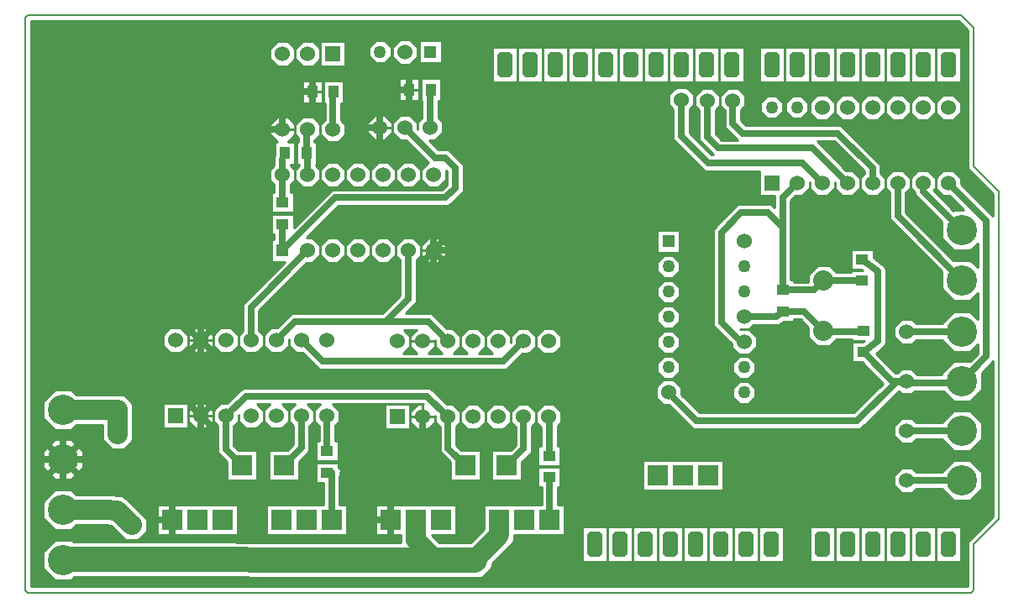
<source format=gbr>
G04 PROTEUS GERBER X2 FILE*
%TF.GenerationSoftware,Labcenter,Proteus,8.6-SP2-Build23525*%
%TF.CreationDate,2019-07-10T19:11:28+00:00*%
%TF.FileFunction,Copper,L2,Bot*%
%TF.FilePolarity,Positive*%
%TF.Part,Single*%
%FSLAX45Y45*%
%MOMM*%
G01*
%TA.AperFunction,Conductor*%
%ADD10C,0.635000*%
%ADD12C,2.032000*%
%ADD72C,1.422400*%
%ADD14C,2.540000*%
%ADD15C,0.254000*%
%TA.AperFunction,ComponentPad*%
%ADD16R,1.524000X1.524000*%
%ADD17C,1.524000*%
%ADD18C,1.270000*%
%TA.AperFunction,ComponentPad*%
%ADD19R,1.270000X1.270000*%
%TA.AperFunction,ComponentPad*%
%ADD21R,2.032000X2.032000*%
%TA.AperFunction,ComponentPad*%
%ADD22C,2.032000*%
%TA.AperFunction,SMDPad,CuDef*%
%ADD70R,1.270000X1.016000*%
%ADD73R,2.032000X2.032000*%
%ADD20R,1.016000X1.270000*%
%TA.AperFunction,ComponentPad*%
%ADD23C,3.048000*%
%TA.AperFunction,OtherPad,Unknown*%
%ADD24C,2.032000*%
%ADD25C,1.524000*%
%AMDIL020*
4,1,8,
-0.762000,0.965200,-0.457200,1.270000,0.457200,1.270000,0.762000,0.965200,0.762000,-0.965200,
0.457200,-1.270000,-0.457200,-1.270000,-0.762000,-0.965200,-0.762000,0.965200,
0*%
%TA.AperFunction,ComponentPad*%
%ADD28DIL020*%
%TA.AperFunction,Profile*%
%ADD29C,0.203200*%
%TD.AperFunction*%
G36*
X-1835959Y+6787751D02*
X-1835959Y+5394750D01*
X-1800249Y+5359041D01*
X-1581959Y+5140751D01*
X-1581959Y+4916699D01*
X-1905001Y+5239741D01*
X-1905001Y+5302605D01*
X-1979395Y+5376999D01*
X-2084605Y+5376999D01*
X-2158999Y+5302605D01*
X-2158999Y+5197395D01*
X-2084605Y+5123001D01*
X-2021741Y+5123001D01*
X-1871939Y+4973199D01*
X-1974168Y+4973199D01*
X-1975314Y+4972054D01*
X-2179828Y+5176568D01*
X-2159001Y+5197395D01*
X-2159001Y+5302605D01*
X-2233395Y+5376999D01*
X-2338605Y+5376999D01*
X-2412999Y+5302605D01*
X-2412999Y+5197395D01*
X-2368549Y+5152945D01*
X-2368549Y+5131809D01*
X-2092054Y+4855314D01*
X-2093199Y+4854168D01*
X-2093199Y+4685832D01*
X-1974168Y+4566801D01*
X-1805832Y+4566801D01*
X-1732549Y+4640084D01*
X-1732549Y+4399536D01*
X-1805832Y+4472819D01*
X-1974168Y+4472819D01*
X-1975314Y+4471674D01*
X-2457451Y+4953811D01*
X-2457451Y+5152945D01*
X-2413001Y+5197395D01*
X-2413001Y+5302605D01*
X-2487395Y+5376999D01*
X-2592605Y+5376999D01*
X-2666999Y+5302605D01*
X-2666999Y+5197395D01*
X-2622549Y+5152945D01*
X-2622549Y+4885429D01*
X-2092054Y+4354934D01*
X-2093199Y+4353788D01*
X-2093199Y+4185452D01*
X-1974168Y+4066421D01*
X-1805832Y+4066421D01*
X-1732549Y+4139704D01*
X-1732549Y+3880296D01*
X-1805832Y+3953579D01*
X-1974168Y+3953579D01*
X-2093199Y+3834548D01*
X-2093199Y+3832549D01*
X-2352945Y+3832549D01*
X-2397395Y+3876999D01*
X-2502605Y+3876999D01*
X-2576999Y+3802605D01*
X-2576999Y+3697395D01*
X-2502605Y+3623001D01*
X-2397395Y+3623001D01*
X-2352945Y+3667451D01*
X-2093199Y+3667451D01*
X-2093199Y+3666212D01*
X-1974168Y+3547181D01*
X-1805832Y+3547181D01*
X-1732549Y+3620464D01*
X-1732549Y+3533295D01*
X-1809718Y+3453199D01*
X-1974168Y+3453199D01*
X-2093199Y+3334168D01*
X-2093199Y+3317280D01*
X-2338436Y+3317280D01*
X-2397775Y+3376619D01*
X-2502985Y+3376619D01*
X-2547435Y+3332169D01*
X-2557673Y+3332169D01*
X-2758524Y+3533020D01*
X-2670607Y+3601161D01*
X-2653110Y+3636075D01*
X-2653110Y+4375196D01*
X-2670724Y+4410206D01*
X-2784860Y+4497937D01*
X-2784860Y+4578560D01*
X-3013458Y+4578560D01*
X-3013458Y+4375362D01*
X-2906435Y+4375362D01*
X-2892077Y+4365200D01*
X-3013458Y+4365200D01*
X-3013458Y+4347510D01*
X-3154043Y+4347510D01*
X-3222533Y+4416000D01*
X-3348785Y+4416000D01*
X-3438058Y+4326727D01*
X-3438058Y+4251510D01*
X-3585701Y+4251510D01*
X-3585701Y+4270560D01*
X-3617451Y+4270560D01*
X-3617451Y+5071809D01*
X-3566259Y+5123001D01*
X-3503395Y+5123001D01*
X-3429001Y+5197395D01*
X-3429001Y+5260261D01*
X-3428999Y+5260259D01*
X-3428999Y+5197395D01*
X-3354605Y+5123001D01*
X-3249395Y+5123001D01*
X-3175001Y+5197395D01*
X-3175001Y+5260261D01*
X-3174999Y+5260259D01*
X-3174999Y+5197395D01*
X-3100605Y+5123001D01*
X-2995395Y+5123001D01*
X-2921001Y+5197395D01*
X-2921001Y+5302605D01*
X-2995395Y+5376999D01*
X-3058259Y+5376999D01*
X-3348711Y+5667451D01*
X-3178191Y+5667451D01*
X-2876549Y+5365809D01*
X-2876549Y+5347055D01*
X-2920999Y+5302605D01*
X-2920999Y+5197395D01*
X-2846605Y+5123001D01*
X-2741395Y+5123001D01*
X-2667001Y+5197395D01*
X-2667001Y+5302605D01*
X-2711451Y+5347055D01*
X-2711451Y+5434191D01*
X-3109809Y+5832549D01*
X-4065809Y+5832549D01*
X-4117451Y+5884191D01*
X-4117451Y+5982945D01*
X-4073001Y+6027395D01*
X-4073001Y+6132605D01*
X-4147395Y+6206999D01*
X-4252605Y+6206999D01*
X-4326999Y+6132605D01*
X-4326999Y+6027395D01*
X-4282549Y+5982945D01*
X-4282549Y+5815807D01*
X-4234193Y+5767451D01*
X-4234191Y+5767451D01*
X-4149289Y+5682549D01*
X-4315809Y+5682549D01*
X-4377451Y+5744191D01*
X-4377451Y+5982945D01*
X-4333001Y+6027395D01*
X-4333001Y+6132605D01*
X-4407395Y+6206999D01*
X-4512605Y+6206999D01*
X-4586999Y+6132605D01*
X-4586999Y+6027395D01*
X-4542549Y+5982945D01*
X-4542549Y+5675809D01*
X-4399289Y+5532549D01*
X-4415809Y+5532549D01*
X-4637451Y+5754191D01*
X-4637451Y+5992945D01*
X-4593001Y+6037395D01*
X-4593001Y+6142605D01*
X-4667395Y+6216999D01*
X-4772605Y+6216999D01*
X-4846999Y+6142605D01*
X-4846999Y+6037395D01*
X-4802549Y+5992945D01*
X-4802549Y+5685809D01*
X-4484191Y+5367451D01*
X-4084191Y+5367451D01*
X-4082191Y+5365451D01*
X-3936999Y+5365451D01*
X-3936999Y+5123001D01*
X-3782549Y+5123001D01*
X-3782549Y+4999292D01*
X-3815806Y+5032549D01*
X-4150821Y+5032549D01*
X-4399179Y+4784191D01*
X-4399179Y+3811179D01*
X-4214999Y+3626999D01*
X-4214999Y+3593395D01*
X-4140605Y+3519001D01*
X-4035395Y+3519001D01*
X-3961001Y+3593395D01*
X-3961001Y+3698605D01*
X-4035395Y+3772999D01*
X-4127519Y+3772999D01*
X-4127521Y+3773001D01*
X-4035395Y+3773001D01*
X-3990945Y+3817451D01*
X-3735607Y+3817451D01*
X-3689468Y+3854002D01*
X-3585701Y+3854002D01*
X-3585701Y+3873052D01*
X-3519850Y+3873052D01*
X-3438058Y+3791260D01*
X-3438058Y+3692475D01*
X-3348785Y+3603202D01*
X-3222533Y+3603202D01*
X-3154803Y+3670932D01*
X-3000024Y+3670932D01*
X-3000024Y+3655242D01*
X-2878755Y+3655242D01*
X-2893075Y+3645080D01*
X-3000024Y+3645080D01*
X-3000024Y+3441882D01*
X-2900866Y+3441882D01*
X-2685996Y+3227012D01*
X-2983911Y+2932549D01*
X-4537069Y+2932549D01*
X-4723001Y+3118481D01*
X-4723001Y+3190605D01*
X-4797395Y+3264999D01*
X-4902605Y+3264999D01*
X-4976999Y+3190605D01*
X-4976999Y+3085395D01*
X-4902605Y+3011001D01*
X-4849001Y+3011001D01*
X-4605451Y+2767451D01*
X-2916090Y+2767451D01*
X-2529714Y+3149350D01*
X-2502985Y+3122621D01*
X-2397775Y+3122621D01*
X-2368214Y+3152182D01*
X-2079549Y+3152182D01*
X-1974168Y+3046801D01*
X-1805832Y+3046801D01*
X-1686801Y+3165832D01*
X-1686801Y+3334168D01*
X-1690619Y+3337986D01*
X-1581959Y+3451619D01*
X-1581959Y+1889249D01*
X-1835959Y+1635250D01*
X-1835959Y+1180959D01*
X-11270000Y+1180959D01*
X-11270000Y+6879041D01*
X-1927249Y+6879041D01*
X-1835959Y+6787751D01*
G37*
%LPC*%
G36*
X-2158999Y+5959395D02*
X-2158999Y+6064605D01*
X-2084605Y+6138999D01*
X-1979395Y+6138999D01*
X-1905001Y+6064605D01*
X-1905001Y+5959395D01*
X-1979395Y+5885001D01*
X-2084605Y+5885001D01*
X-2158999Y+5959395D01*
G37*
G36*
X-2412999Y+5959395D02*
X-2412999Y+6064605D01*
X-2338605Y+6138999D01*
X-2233395Y+6138999D01*
X-2159001Y+6064605D01*
X-2159001Y+5959395D01*
X-2233395Y+5885001D01*
X-2338605Y+5885001D01*
X-2412999Y+5959395D01*
G37*
G36*
X-2666999Y+5959395D02*
X-2666999Y+6064605D01*
X-2592605Y+6138999D01*
X-2487395Y+6138999D01*
X-2413001Y+6064605D01*
X-2413001Y+5959395D01*
X-2487395Y+5885001D01*
X-2592605Y+5885001D01*
X-2666999Y+5959395D01*
G37*
G36*
X-2920999Y+5959395D02*
X-2920999Y+6064605D01*
X-2846605Y+6138999D01*
X-2741395Y+6138999D01*
X-2667001Y+6064605D01*
X-2667001Y+5959395D01*
X-2741395Y+5885001D01*
X-2846605Y+5885001D01*
X-2920999Y+5959395D01*
G37*
G36*
X-3174999Y+5959395D02*
X-3174999Y+6064605D01*
X-3100605Y+6138999D01*
X-2995395Y+6138999D01*
X-2921001Y+6064605D01*
X-2921001Y+5959395D01*
X-2995395Y+5885001D01*
X-3100605Y+5885001D01*
X-3174999Y+5959395D01*
G37*
G36*
X-3428999Y+5959395D02*
X-3428999Y+6064605D01*
X-3354605Y+6138999D01*
X-3249395Y+6138999D01*
X-3175001Y+6064605D01*
X-3175001Y+5959395D01*
X-3249395Y+5885001D01*
X-3354605Y+5885001D01*
X-3428999Y+5959395D01*
G37*
G36*
X-3670299Y+5964656D02*
X-3670299Y+6059344D01*
X-3603344Y+6126299D01*
X-3508656Y+6126299D01*
X-3441701Y+6059344D01*
X-3441701Y+5964656D01*
X-3508656Y+5897701D01*
X-3603344Y+5897701D01*
X-3670299Y+5964656D01*
G37*
G36*
X-3924299Y+5964656D02*
X-3924299Y+6059344D01*
X-3857344Y+6126299D01*
X-3762656Y+6126299D01*
X-3695701Y+6059344D01*
X-3695701Y+5964656D01*
X-3762656Y+5897701D01*
X-3857344Y+5897701D01*
X-3924299Y+5964656D01*
G37*
G36*
X-7145041Y+6075701D02*
X-7167451Y+6075701D01*
X-7167451Y+5905055D01*
X-7123001Y+5860605D01*
X-7123001Y+5755395D01*
X-7197395Y+5681001D01*
X-7264261Y+5681001D01*
X-7165809Y+5582549D01*
X-7065809Y+5582549D01*
X-6917451Y+5434191D01*
X-6917451Y+5165809D01*
X-7065809Y+5017451D01*
X-8175809Y+5017451D01*
X-8497941Y+4695319D01*
X-8435075Y+4695319D01*
X-8360681Y+4620925D01*
X-8360681Y+4515715D01*
X-8435075Y+4441321D01*
X-8497939Y+4441321D01*
X-8975451Y+3963809D01*
X-8975451Y+3759055D01*
X-8931001Y+3714605D01*
X-8931001Y+3609395D01*
X-9005395Y+3535001D01*
X-9110605Y+3535001D01*
X-9184999Y+3609395D01*
X-9184999Y+3714605D01*
X-9140549Y+3759055D01*
X-9140549Y+4032191D01*
X-8718719Y+4454021D01*
X-8855979Y+4454021D01*
X-8855979Y+4682619D01*
X-8824229Y+4682619D01*
X-8824229Y+4735041D01*
X-8854299Y+4735041D01*
X-8854299Y+4938239D01*
X-8625701Y+4938239D01*
X-8625701Y+4801039D01*
X-8244191Y+5182549D01*
X-7134191Y+5182549D01*
X-7082549Y+5234191D01*
X-7082549Y+5365809D01*
X-7090681Y+5373941D01*
X-7090681Y+5277715D01*
X-7165075Y+5203321D01*
X-7270285Y+5203321D01*
X-7344679Y+5277715D01*
X-7344679Y+5382925D01*
X-7272173Y+5455431D01*
X-7282549Y+5465807D01*
X-7282549Y+5465809D01*
X-7497741Y+5681001D01*
X-7556605Y+5681001D01*
X-7630999Y+5755395D01*
X-7630999Y+5860605D01*
X-7556605Y+5934999D01*
X-7451395Y+5934999D01*
X-7377001Y+5860605D01*
X-7377001Y+5793741D01*
X-7376999Y+5793739D01*
X-7376999Y+5860605D01*
X-7332549Y+5905055D01*
X-7332549Y+6075701D01*
X-7348239Y+6075701D01*
X-7348239Y+6304299D01*
X-7145041Y+6304299D01*
X-7145041Y+6075701D01*
G37*
G36*
X-8360679Y+4515715D02*
X-8360679Y+4620925D01*
X-8286285Y+4695319D01*
X-8181075Y+4695319D01*
X-8106681Y+4620925D01*
X-8106681Y+4515715D01*
X-8181075Y+4441321D01*
X-8286285Y+4441321D01*
X-8360679Y+4515715D01*
G37*
G36*
X-8106679Y+4515715D02*
X-8106679Y+4620925D01*
X-8032285Y+4695319D01*
X-7927075Y+4695319D01*
X-7852681Y+4620925D01*
X-7852681Y+4515715D01*
X-7927075Y+4441321D01*
X-8032285Y+4441321D01*
X-8106679Y+4515715D01*
G37*
G36*
X-7852679Y+4515715D02*
X-7852679Y+4620925D01*
X-7778285Y+4695319D01*
X-7673075Y+4695319D01*
X-7598681Y+4620925D01*
X-7598681Y+4515715D01*
X-7673075Y+4441321D01*
X-7778285Y+4441321D01*
X-7852679Y+4515715D01*
G37*
G36*
X-7344681Y+4620925D02*
X-7344681Y+4515715D01*
X-7389131Y+4471265D01*
X-7389131Y+4044129D01*
X-7500711Y+3932549D01*
X-7235809Y+3932549D01*
X-7082259Y+3778999D01*
X-7019395Y+3778999D01*
X-6945001Y+3704605D01*
X-6945001Y+3599395D01*
X-7011847Y+3532549D01*
X-6878153Y+3532549D01*
X-6944999Y+3599395D01*
X-6944999Y+3704605D01*
X-6870605Y+3778999D01*
X-6765395Y+3778999D01*
X-6691001Y+3704605D01*
X-6691001Y+3599395D01*
X-6757847Y+3532549D01*
X-6624153Y+3532549D01*
X-6690999Y+3599395D01*
X-6690999Y+3704605D01*
X-6616605Y+3778999D01*
X-6511395Y+3778999D01*
X-6437001Y+3704605D01*
X-6437001Y+3641739D01*
X-6436999Y+3641741D01*
X-6436999Y+3704605D01*
X-6362605Y+3778999D01*
X-6257395Y+3778999D01*
X-6183001Y+3704605D01*
X-6183001Y+3599395D01*
X-6257395Y+3525001D01*
X-6320259Y+3525001D01*
X-6477809Y+3367451D01*
X-8372191Y+3367451D01*
X-8539741Y+3535001D01*
X-8602605Y+3535001D01*
X-8676999Y+3609395D01*
X-8676999Y+3672261D01*
X-8677001Y+3672259D01*
X-8677001Y+3609395D01*
X-8751395Y+3535001D01*
X-8856605Y+3535001D01*
X-8930999Y+3609395D01*
X-8930999Y+3714605D01*
X-8856605Y+3788999D01*
X-8793741Y+3788999D01*
X-8650191Y+3932549D01*
X-7734191Y+3932549D01*
X-7554229Y+4112511D01*
X-7554229Y+4471265D01*
X-7598679Y+4515715D01*
X-7598679Y+4620925D01*
X-7524285Y+4695319D01*
X-7419075Y+4695319D01*
X-7344681Y+4620925D01*
G37*
G36*
X-7344679Y+4515715D02*
X-7344679Y+4620925D01*
X-7270285Y+4695319D01*
X-7165075Y+4695319D01*
X-7090681Y+4620925D01*
X-7090681Y+4515715D01*
X-7165075Y+4441321D01*
X-7270285Y+4441321D01*
X-7344679Y+4515715D01*
G37*
G36*
X-7598679Y+5277715D02*
X-7598679Y+5382925D01*
X-7524285Y+5457319D01*
X-7419075Y+5457319D01*
X-7344681Y+5382925D01*
X-7344681Y+5277715D01*
X-7419075Y+5203321D01*
X-7524285Y+5203321D01*
X-7598679Y+5277715D01*
G37*
G36*
X-7852679Y+5277715D02*
X-7852679Y+5382925D01*
X-7778285Y+5457319D01*
X-7673075Y+5457319D01*
X-7598681Y+5382925D01*
X-7598681Y+5277715D01*
X-7673075Y+5203321D01*
X-7778285Y+5203321D01*
X-7852679Y+5277715D01*
G37*
G36*
X-8106679Y+5277715D02*
X-8106679Y+5382925D01*
X-8032285Y+5457319D01*
X-7927075Y+5457319D01*
X-7852681Y+5382925D01*
X-7852681Y+5277715D01*
X-7927075Y+5203321D01*
X-8032285Y+5203321D01*
X-8106679Y+5277715D01*
G37*
G36*
X-8360679Y+5277715D02*
X-8360679Y+5382925D01*
X-8286285Y+5457319D01*
X-8181075Y+5457319D01*
X-8106681Y+5382925D01*
X-8106681Y+5277715D01*
X-8181075Y+5203321D01*
X-8286285Y+5203321D01*
X-8360679Y+5277715D01*
G37*
G36*
X-8357001Y+5840605D02*
X-8357001Y+5735395D01*
X-8417451Y+5674945D01*
X-8417451Y+5664299D01*
X-8398401Y+5664299D01*
X-8398401Y+5435701D01*
X-8405131Y+5435701D01*
X-8405131Y+5427375D01*
X-8360681Y+5382925D01*
X-8360681Y+5277715D01*
X-8435075Y+5203321D01*
X-8540285Y+5203321D01*
X-8614679Y+5277715D01*
X-8614679Y+5382925D01*
X-8570229Y+5427375D01*
X-8570229Y+5435701D01*
X-8601599Y+5435701D01*
X-8601599Y+5664299D01*
X-8582549Y+5664299D01*
X-8582549Y+5706945D01*
X-8610999Y+5735395D01*
X-8610999Y+5840605D01*
X-8536605Y+5914999D01*
X-8431395Y+5914999D01*
X-8357001Y+5840605D01*
G37*
G36*
X-8611001Y+5840605D02*
X-8611001Y+5735395D01*
X-8682097Y+5664299D01*
X-8611761Y+5664299D01*
X-8611761Y+5435701D01*
X-8659131Y+5435701D01*
X-8659131Y+5427375D01*
X-8614681Y+5382925D01*
X-8614681Y+5277715D01*
X-8659131Y+5233265D01*
X-8659131Y+5151599D01*
X-8625701Y+5151599D01*
X-8625701Y+4948401D01*
X-8854299Y+4948401D01*
X-8854299Y+5151599D01*
X-8824229Y+5151599D01*
X-8824229Y+5233265D01*
X-8868679Y+5277715D01*
X-8868679Y+5382925D01*
X-8824229Y+5427375D01*
X-8824229Y+5504072D01*
X-8814959Y+5530298D01*
X-8814959Y+5664299D01*
X-8793903Y+5664299D01*
X-8864999Y+5735395D01*
X-8864999Y+5840605D01*
X-8790605Y+5914999D01*
X-8685395Y+5914999D01*
X-8611001Y+5840605D01*
G37*
G36*
X-9946999Y+3026999D02*
X-9693001Y+3026999D01*
X-9693001Y+2773001D01*
X-9946999Y+2773001D01*
X-9946999Y+3026999D01*
G37*
G36*
X-9692999Y+2847395D02*
X-9692999Y+2952605D01*
X-9618605Y+3026999D01*
X-9513395Y+3026999D01*
X-9439001Y+2952605D01*
X-9439001Y+2847395D01*
X-9513395Y+2773001D01*
X-9618605Y+2773001D01*
X-9692999Y+2847395D01*
G37*
G36*
X-7082259Y+3016999D02*
X-7019395Y+3016999D01*
X-6945001Y+2942605D01*
X-6945001Y+2837395D01*
X-6989451Y+2792945D01*
X-6989451Y+2606191D01*
X-6935659Y+2552399D01*
X-6747601Y+2552399D01*
X-6747601Y+2247601D01*
X-7052399Y+2247601D01*
X-7052399Y+2435659D01*
X-7154549Y+2537809D01*
X-7154549Y+2792945D01*
X-7198999Y+2837395D01*
X-7198999Y+2900259D01*
X-7199001Y+2900261D01*
X-7199001Y+2837395D01*
X-7273395Y+2763001D01*
X-7378605Y+2763001D01*
X-7452999Y+2837395D01*
X-7452999Y+2942605D01*
X-7378605Y+3016999D01*
X-7315739Y+3016999D01*
X-7316191Y+3017451D01*
X-8233847Y+3017451D01*
X-8169001Y+2952605D01*
X-8169001Y+2847395D01*
X-8207451Y+2808945D01*
X-8207451Y+2644959D01*
X-8175701Y+2644959D01*
X-8175701Y+2441761D01*
X-8404299Y+2441761D01*
X-8404299Y+2644959D01*
X-8372549Y+2644959D01*
X-8372549Y+2796945D01*
X-8422999Y+2847395D01*
X-8422999Y+2952605D01*
X-8358153Y+3017451D01*
X-8487847Y+3017451D01*
X-8423001Y+2952605D01*
X-8423001Y+2847395D01*
X-8467451Y+2802945D01*
X-8467451Y+2544169D01*
X-8575961Y+2435659D01*
X-8575961Y+2247601D01*
X-8880759Y+2247601D01*
X-8880759Y+2552399D01*
X-8692701Y+2552399D01*
X-8632549Y+2612551D01*
X-8632549Y+2802945D01*
X-8676999Y+2847395D01*
X-8676999Y+2952605D01*
X-8612153Y+3017451D01*
X-8741847Y+3017451D01*
X-8677001Y+2952605D01*
X-8677001Y+2847395D01*
X-8751395Y+2773001D01*
X-8856605Y+2773001D01*
X-8930999Y+2847395D01*
X-8930999Y+2952605D01*
X-8866153Y+3017451D01*
X-8995847Y+3017451D01*
X-8931001Y+2952605D01*
X-8931001Y+2847395D01*
X-9005395Y+2773001D01*
X-9110605Y+2773001D01*
X-9184999Y+2847395D01*
X-9184999Y+2908261D01*
X-9185001Y+2908259D01*
X-9185001Y+2847395D01*
X-9229451Y+2802945D01*
X-9229451Y+2596191D01*
X-9185659Y+2552399D01*
X-8997601Y+2552399D01*
X-8997601Y+2247601D01*
X-9302399Y+2247601D01*
X-9302399Y+2435659D01*
X-9394549Y+2527809D01*
X-9394549Y+2802945D01*
X-9438999Y+2847395D01*
X-9438999Y+2952605D01*
X-9364605Y+3026999D01*
X-9299741Y+3026999D01*
X-9144191Y+3182549D01*
X-7247809Y+3182549D01*
X-7082259Y+3016999D01*
G37*
G36*
X-9438999Y+3609395D02*
X-9438999Y+3714605D01*
X-9364605Y+3788999D01*
X-9259395Y+3788999D01*
X-9185001Y+3714605D01*
X-9185001Y+3609395D01*
X-9259395Y+3535001D01*
X-9364605Y+3535001D01*
X-9438999Y+3609395D01*
G37*
G36*
X-9692999Y+3609395D02*
X-9692999Y+3714605D01*
X-9618605Y+3788999D01*
X-9513395Y+3788999D01*
X-9439001Y+3714605D01*
X-9439001Y+3609395D01*
X-9513395Y+3535001D01*
X-9618605Y+3535001D01*
X-9692999Y+3609395D01*
G37*
G36*
X-9946999Y+3609395D02*
X-9946999Y+3714605D01*
X-9872605Y+3788999D01*
X-9767395Y+3788999D01*
X-9693001Y+3714605D01*
X-9693001Y+3609395D01*
X-9767395Y+3535001D01*
X-9872605Y+3535001D01*
X-9946999Y+3609395D01*
G37*
G36*
X-8356999Y+6676999D02*
X-8103001Y+6676999D01*
X-8103001Y+6423001D01*
X-8356999Y+6423001D01*
X-8356999Y+6676999D01*
G37*
G36*
X-8610999Y+6497395D02*
X-8610999Y+6602605D01*
X-8536605Y+6676999D01*
X-8431395Y+6676999D01*
X-8357001Y+6602605D01*
X-8357001Y+6497395D01*
X-8431395Y+6423001D01*
X-8536605Y+6423001D01*
X-8610999Y+6497395D01*
G37*
G36*
X-8864999Y+6497395D02*
X-8864999Y+6602605D01*
X-8790605Y+6676999D01*
X-8685395Y+6676999D01*
X-8611001Y+6602605D01*
X-8611001Y+6497395D01*
X-8685395Y+6423001D01*
X-8790605Y+6423001D01*
X-8864999Y+6497395D01*
G37*
G36*
X-8125041Y+6055701D02*
X-8147451Y+6055701D01*
X-8147451Y+5885055D01*
X-8103001Y+5840605D01*
X-8103001Y+5735395D01*
X-8177395Y+5661001D01*
X-8282605Y+5661001D01*
X-8356999Y+5735395D01*
X-8356999Y+5840605D01*
X-8312549Y+5885055D01*
X-8312549Y+6055701D01*
X-8328239Y+6055701D01*
X-8328239Y+6284299D01*
X-8125041Y+6284299D01*
X-8125041Y+6055701D01*
G37*
G36*
X-7135701Y+6455701D02*
X-7364299Y+6455701D01*
X-7364299Y+6684299D01*
X-7135701Y+6684299D01*
X-7135701Y+6455701D01*
G37*
G36*
X-7630999Y+6517395D02*
X-7630999Y+6622605D01*
X-7556605Y+6696999D01*
X-7451395Y+6696999D01*
X-7377001Y+6622605D01*
X-7377001Y+6517395D01*
X-7451395Y+6443001D01*
X-7556605Y+6443001D01*
X-7630999Y+6517395D01*
G37*
G36*
X-7643701Y+6617344D02*
X-7643701Y+6522656D01*
X-7710656Y+6455701D01*
X-7805344Y+6455701D01*
X-7872299Y+6522656D01*
X-7872299Y+6617344D01*
X-7805344Y+6684299D01*
X-7710656Y+6684299D01*
X-7643701Y+6617344D01*
G37*
G36*
X-7884999Y+5755395D02*
X-7884999Y+5860605D01*
X-7810605Y+5934999D01*
X-7705395Y+5934999D01*
X-7631001Y+5860605D01*
X-7631001Y+5755395D01*
X-7705395Y+5681001D01*
X-7810605Y+5681001D01*
X-7884999Y+5755395D01*
G37*
G36*
X-7706999Y+3016999D02*
X-7453001Y+3016999D01*
X-7453001Y+2763001D01*
X-7706999Y+2763001D01*
X-7706999Y+3016999D01*
G37*
G36*
X-6944999Y+2837395D02*
X-6944999Y+2942605D01*
X-6870605Y+3016999D01*
X-6765395Y+3016999D01*
X-6691001Y+2942605D01*
X-6691001Y+2837395D01*
X-6765395Y+2763001D01*
X-6870605Y+2763001D01*
X-6944999Y+2837395D01*
G37*
G36*
X-6690999Y+2837395D02*
X-6690999Y+2942605D01*
X-6616605Y+3016999D01*
X-6511395Y+3016999D01*
X-6437001Y+2942605D01*
X-6437001Y+2837395D01*
X-6511395Y+2763001D01*
X-6616605Y+2763001D01*
X-6690999Y+2837395D01*
G37*
G36*
X-6183001Y+2942605D02*
X-6183001Y+2837395D01*
X-6227451Y+2792945D01*
X-6227451Y+2534169D01*
X-6325961Y+2435659D01*
X-6325961Y+2247601D01*
X-6630759Y+2247601D01*
X-6630759Y+2552399D01*
X-6442701Y+2552399D01*
X-6392549Y+2602551D01*
X-6392549Y+2792945D01*
X-6436999Y+2837395D01*
X-6436999Y+2942605D01*
X-6362605Y+3016999D01*
X-6257395Y+3016999D01*
X-6183001Y+2942605D01*
G37*
G36*
X-5929001Y+2942605D02*
X-5929001Y+2837395D01*
X-5967451Y+2798945D01*
X-5967451Y+2601599D01*
X-5935701Y+2601599D01*
X-5935701Y+2398401D01*
X-6164299Y+2398401D01*
X-6164299Y+2601599D01*
X-6132549Y+2601599D01*
X-6132549Y+2786945D01*
X-6182999Y+2837395D01*
X-6182999Y+2942605D01*
X-6108605Y+3016999D01*
X-6003395Y+3016999D01*
X-5929001Y+2942605D01*
G37*
G36*
X-6182999Y+3599395D02*
X-6182999Y+3704605D01*
X-6108605Y+3778999D01*
X-6003395Y+3778999D01*
X-5929001Y+3704605D01*
X-5929001Y+3599395D01*
X-6003395Y+3525001D01*
X-6108605Y+3525001D01*
X-6182999Y+3599395D01*
G37*
G36*
X-8175701Y+2381916D02*
X-8153673Y+2357133D01*
X-8163451Y+2274344D01*
X-8163451Y+2002399D01*
X-8093601Y+2002399D01*
X-8093601Y+1697601D01*
X-8906399Y+1697601D01*
X-8906399Y+2002399D01*
X-8328549Y+2002399D01*
X-8328549Y+2228401D01*
X-8404299Y+2228401D01*
X-8404299Y+2431599D01*
X-8175701Y+2431599D01*
X-8175701Y+2381916D01*
G37*
G36*
X-9193601Y+1697601D02*
X-10006399Y+1697601D01*
X-10006399Y+2002399D01*
X-9193601Y+2002399D01*
X-9193601Y+1697601D01*
G37*
G36*
X-5935701Y+2185041D02*
X-5963451Y+2185041D01*
X-5963451Y+2002399D01*
X-5893601Y+2002399D01*
X-5893601Y+1697601D01*
X-6401601Y+1697601D01*
X-6401601Y+1636874D01*
X-6490875Y+1547601D01*
X-6626201Y+1412275D01*
X-6626201Y+1376353D01*
X-6730353Y+1272201D01*
X-7273647Y+1272201D01*
X-7273752Y+1272306D01*
X-10838100Y+1274533D01*
X-10865832Y+1246801D01*
X-11034168Y+1246801D01*
X-11153199Y+1365832D01*
X-11153199Y+1534168D01*
X-11034168Y+1653199D01*
X-10865832Y+1653199D01*
X-10842768Y+1630135D01*
X-7552399Y+1628160D01*
X-7552399Y+1697601D01*
X-7806399Y+1697601D01*
X-7806399Y+2002399D01*
X-6993601Y+2002399D01*
X-6993601Y+1697601D01*
X-7232077Y+1697601D01*
X-7162402Y+1627926D01*
X-7126458Y+1627904D01*
X-6999838Y+1627799D01*
X-6841725Y+1627799D01*
X-6706399Y+1763125D01*
X-6706399Y+2002399D01*
X-6128549Y+2002399D01*
X-6128549Y+2185041D01*
X-6164299Y+2185041D01*
X-6164299Y+2388239D01*
X-5935701Y+2388239D01*
X-5935701Y+2185041D01*
G37*
G36*
X-10815032Y+2102779D02*
X-10511600Y+2102779D01*
X-10346874Y+2102399D01*
X-10107601Y+1863126D01*
X-10107601Y+1736874D01*
X-10196874Y+1647601D01*
X-10323126Y+1647601D01*
X-10473126Y+1797601D01*
X-10511965Y+1797981D01*
X-10815032Y+1797981D01*
X-10865832Y+1747181D01*
X-11034168Y+1747181D01*
X-11153199Y+1866212D01*
X-11153199Y+2034548D01*
X-11034168Y+2153579D01*
X-10865832Y+2153579D01*
X-10815032Y+2102779D01*
G37*
G36*
X-8541599Y+6284299D02*
X-8338401Y+6284299D01*
X-8338401Y+6055701D01*
X-8541599Y+6055701D01*
X-8541599Y+6284299D01*
G37*
G36*
X-7561599Y+6304299D02*
X-7358401Y+6304299D01*
X-7358401Y+6075701D01*
X-7561599Y+6075701D01*
X-7561599Y+6304299D01*
G37*
G36*
X-1686801Y+2834168D02*
X-1686801Y+2665832D01*
X-1805832Y+2546801D01*
X-1974168Y+2546801D01*
X-2093199Y+2665832D01*
X-2093199Y+2667423D01*
X-2152899Y+2667416D01*
X-2352936Y+2667389D01*
X-2397395Y+2622930D01*
X-2502605Y+2622930D01*
X-2576999Y+2697324D01*
X-2576999Y+2802534D01*
X-2502605Y+2876928D01*
X-2397395Y+2876928D01*
X-2352960Y+2832493D01*
X-2187102Y+2832513D01*
X-2093199Y+2832526D01*
X-2093199Y+2834168D01*
X-1974168Y+2953199D01*
X-1805832Y+2953199D01*
X-1686801Y+2834168D01*
G37*
G36*
X-1686801Y+2333788D02*
X-1686801Y+2165452D01*
X-1805832Y+2046421D01*
X-1974168Y+2046421D01*
X-2093199Y+2165452D01*
X-2093199Y+2167193D01*
X-2187124Y+2167261D01*
X-2353029Y+2167367D01*
X-2397395Y+2123001D01*
X-2502605Y+2123001D01*
X-2576999Y+2197395D01*
X-2576999Y+2302605D01*
X-2502605Y+2376999D01*
X-2397395Y+2376999D01*
X-2352899Y+2332503D01*
X-2152876Y+2332359D01*
X-2093199Y+2332320D01*
X-2093199Y+2333788D01*
X-1974168Y+2452819D01*
X-1805832Y+2452819D01*
X-1686801Y+2333788D01*
G37*
G36*
X-3426999Y+1787799D02*
X-3173001Y+1787799D01*
X-3173001Y+1432201D01*
X-3426999Y+1432201D01*
X-3426999Y+1787799D01*
G37*
G36*
X-3172999Y+1787799D02*
X-2919001Y+1787799D01*
X-2919001Y+1432201D01*
X-3172999Y+1432201D01*
X-3172999Y+1787799D01*
G37*
G36*
X-2918999Y+1787799D02*
X-2665001Y+1787799D01*
X-2665001Y+1432201D01*
X-2918999Y+1432201D01*
X-2918999Y+1787799D01*
G37*
G36*
X-2664999Y+1787799D02*
X-2411001Y+1787799D01*
X-2411001Y+1432201D01*
X-2664999Y+1432201D01*
X-2664999Y+1787799D01*
G37*
G36*
X-2410999Y+1787799D02*
X-2157001Y+1787799D01*
X-2157001Y+1432201D01*
X-2410999Y+1432201D01*
X-2410999Y+1787799D01*
G37*
G36*
X-2156999Y+1787799D02*
X-1903001Y+1787799D01*
X-1903001Y+1432201D01*
X-2156999Y+1432201D01*
X-2156999Y+1787799D01*
G37*
G36*
X-5716999Y+1787799D02*
X-5463001Y+1787799D01*
X-5463001Y+1432201D01*
X-5716999Y+1432201D01*
X-5716999Y+1787799D01*
G37*
G36*
X-5462999Y+1787799D02*
X-5209001Y+1787799D01*
X-5209001Y+1432201D01*
X-5462999Y+1432201D01*
X-5462999Y+1787799D01*
G37*
G36*
X-5208999Y+1787799D02*
X-4955001Y+1787799D01*
X-4955001Y+1432201D01*
X-5208999Y+1432201D01*
X-5208999Y+1787799D01*
G37*
G36*
X-4954999Y+1787799D02*
X-4701001Y+1787799D01*
X-4701001Y+1432201D01*
X-4954999Y+1432201D01*
X-4954999Y+1787799D01*
G37*
G36*
X-4700999Y+1787799D02*
X-4447001Y+1787799D01*
X-4447001Y+1432201D01*
X-4700999Y+1432201D01*
X-4700999Y+1787799D01*
G37*
G36*
X-4446999Y+1787799D02*
X-4193001Y+1787799D01*
X-4193001Y+1432201D01*
X-4446999Y+1432201D01*
X-4446999Y+1787799D01*
G37*
G36*
X-4192999Y+1787799D02*
X-3939001Y+1787799D01*
X-3939001Y+1432201D01*
X-4192999Y+1432201D01*
X-4192999Y+1787799D01*
G37*
G36*
X-3938999Y+1787799D02*
X-3685001Y+1787799D01*
X-3685001Y+1432201D01*
X-3938999Y+1432201D01*
X-3938999Y+1787799D01*
G37*
G36*
X-3936999Y+6617799D02*
X-3683001Y+6617799D01*
X-3683001Y+6262201D01*
X-3936999Y+6262201D01*
X-3936999Y+6617799D01*
G37*
G36*
X-3682999Y+6617799D02*
X-3429001Y+6617799D01*
X-3429001Y+6262201D01*
X-3682999Y+6262201D01*
X-3682999Y+6617799D01*
G37*
G36*
X-3428999Y+6617799D02*
X-3175001Y+6617799D01*
X-3175001Y+6262201D01*
X-3428999Y+6262201D01*
X-3428999Y+6617799D01*
G37*
G36*
X-3174999Y+6617799D02*
X-2921001Y+6617799D01*
X-2921001Y+6262201D01*
X-3174999Y+6262201D01*
X-3174999Y+6617799D01*
G37*
G36*
X-2920999Y+6617799D02*
X-2667001Y+6617799D01*
X-2667001Y+6262201D01*
X-2920999Y+6262201D01*
X-2920999Y+6617799D01*
G37*
G36*
X-2666999Y+6617799D02*
X-2413001Y+6617799D01*
X-2413001Y+6262201D01*
X-2666999Y+6262201D01*
X-2666999Y+6617799D01*
G37*
G36*
X-2412999Y+6617799D02*
X-2159001Y+6617799D01*
X-2159001Y+6262201D01*
X-2412999Y+6262201D01*
X-2412999Y+6617799D01*
G37*
G36*
X-2158999Y+6617799D02*
X-1905001Y+6617799D01*
X-1905001Y+6262201D01*
X-2158999Y+6262201D01*
X-2158999Y+6617799D01*
G37*
G36*
X-6626999Y+6617799D02*
X-6373001Y+6617799D01*
X-6373001Y+6262201D01*
X-6626999Y+6262201D01*
X-6626999Y+6617799D01*
G37*
G36*
X-6372999Y+6617799D02*
X-6119001Y+6617799D01*
X-6119001Y+6262201D01*
X-6372999Y+6262201D01*
X-6372999Y+6617799D01*
G37*
G36*
X-6118999Y+6617799D02*
X-5865001Y+6617799D01*
X-5865001Y+6262201D01*
X-6118999Y+6262201D01*
X-6118999Y+6617799D01*
G37*
G36*
X-5864999Y+6617799D02*
X-5611001Y+6617799D01*
X-5611001Y+6262201D01*
X-5864999Y+6262201D01*
X-5864999Y+6617799D01*
G37*
G36*
X-5610999Y+6617799D02*
X-5357001Y+6617799D01*
X-5357001Y+6262201D01*
X-5610999Y+6262201D01*
X-5610999Y+6617799D01*
G37*
G36*
X-5356999Y+6617799D02*
X-5103001Y+6617799D01*
X-5103001Y+6262201D01*
X-5356999Y+6262201D01*
X-5356999Y+6617799D01*
G37*
G36*
X-5102999Y+6617799D02*
X-4849001Y+6617799D01*
X-4849001Y+6262201D01*
X-5102999Y+6262201D01*
X-5102999Y+6617799D01*
G37*
G36*
X-4848999Y+6617799D02*
X-4595001Y+6617799D01*
X-4595001Y+6262201D01*
X-4848999Y+6262201D01*
X-4848999Y+6617799D01*
G37*
G36*
X-4594999Y+6617799D02*
X-4341001Y+6617799D01*
X-4341001Y+6262201D01*
X-4594999Y+6262201D01*
X-4594999Y+6617799D01*
G37*
G36*
X-4340999Y+6617799D02*
X-4087001Y+6617799D01*
X-4087001Y+6262201D01*
X-4340999Y+6262201D01*
X-4340999Y+6617799D01*
G37*
G36*
X-4735701Y+4776299D02*
X-4735701Y+4547701D01*
X-4964299Y+4547701D01*
X-4964299Y+4776299D01*
X-4735701Y+4776299D01*
G37*
G36*
X-4897344Y+4522299D02*
X-4802656Y+4522299D01*
X-4735701Y+4455344D01*
X-4735701Y+4360656D01*
X-4802656Y+4293701D01*
X-4897344Y+4293701D01*
X-4964299Y+4360656D01*
X-4964299Y+4455344D01*
X-4897344Y+4522299D01*
G37*
G36*
X-4897344Y+4268299D02*
X-4802656Y+4268299D01*
X-4735701Y+4201344D01*
X-4735701Y+4106656D01*
X-4802656Y+4039701D01*
X-4897344Y+4039701D01*
X-4964299Y+4106656D01*
X-4964299Y+4201344D01*
X-4897344Y+4268299D01*
G37*
G36*
X-4897344Y+4014299D02*
X-4802656Y+4014299D01*
X-4735701Y+3947344D01*
X-4735701Y+3852656D01*
X-4802656Y+3785701D01*
X-4897344Y+3785701D01*
X-4964299Y+3852656D01*
X-4964299Y+3947344D01*
X-4897344Y+4014299D01*
G37*
G36*
X-4897344Y+3760299D02*
X-4802656Y+3760299D01*
X-4735701Y+3693344D01*
X-4735701Y+3598656D01*
X-4802656Y+3531701D01*
X-4897344Y+3531701D01*
X-4964299Y+3598656D01*
X-4964299Y+3693344D01*
X-4897344Y+3760299D01*
G37*
G36*
X-4897344Y+3506299D02*
X-4802656Y+3506299D01*
X-4735701Y+3439344D01*
X-4735701Y+3344656D01*
X-4802656Y+3277701D01*
X-4897344Y+3277701D01*
X-4964299Y+3344656D01*
X-4964299Y+3439344D01*
X-4897344Y+3506299D01*
G37*
G36*
X-4135344Y+3252299D02*
X-4040656Y+3252299D01*
X-3973701Y+3185344D01*
X-3973701Y+3090656D01*
X-4040656Y+3023701D01*
X-4135344Y+3023701D01*
X-4202299Y+3090656D01*
X-4202299Y+3185344D01*
X-4135344Y+3252299D01*
G37*
G36*
X-4135344Y+3506299D02*
X-4040656Y+3506299D01*
X-3973701Y+3439344D01*
X-3973701Y+3344656D01*
X-4040656Y+3277701D01*
X-4135344Y+3277701D01*
X-4202299Y+3344656D01*
X-4202299Y+3439344D01*
X-4135344Y+3506299D01*
G37*
G36*
X-10865832Y+2256421D02*
X-11034168Y+2256421D01*
X-11153199Y+2375452D01*
X-11153199Y+2543788D01*
X-11034168Y+2662819D01*
X-10865832Y+2662819D01*
X-10746801Y+2543788D01*
X-10746801Y+2375452D01*
X-10865832Y+2256421D01*
G37*
G36*
X-10815032Y+3112399D02*
X-10334475Y+3112399D01*
X-10245202Y+3023126D01*
X-10245202Y+2656874D01*
X-10334475Y+2567601D01*
X-10460727Y+2567601D01*
X-10550000Y+2656874D01*
X-10550000Y+2807601D01*
X-10815032Y+2807601D01*
X-10865832Y+2756801D01*
X-11034168Y+2756801D01*
X-11153199Y+2875832D01*
X-11153199Y+3044168D01*
X-11034168Y+3163199D01*
X-10865832Y+3163199D01*
X-10815032Y+3112399D01*
G37*
G36*
X-4293601Y+2147601D02*
X-5106399Y+2147601D01*
X-5106399Y+2452399D01*
X-4293601Y+2452399D01*
X-4293601Y+2147601D01*
G37*
%LPD*%
G36*
X-7198999Y+3662259D02*
X-7198999Y+3599395D01*
X-7132153Y+3532549D01*
X-7265847Y+3532549D01*
X-7199001Y+3599395D01*
X-7199001Y+3662261D01*
X-7198999Y+3662259D01*
G37*
G36*
X-7452999Y+3704605D02*
X-7452999Y+3599395D01*
X-7386153Y+3532549D01*
X-7519847Y+3532549D01*
X-7453001Y+3599395D01*
X-7453001Y+3704605D01*
X-7515847Y+3767451D01*
X-7390153Y+3767451D01*
X-7452999Y+3704605D01*
G37*
D10*
X-7072000Y+2890000D02*
X-7082000Y+2900000D01*
X-7072000Y+2890000D02*
X-7072000Y+2910000D01*
X-7082000Y+2900000D01*
X-3285659Y+4263601D02*
X-3285659Y+4264961D01*
X-2962659Y+4264961D01*
X-2899159Y+4263601D01*
X-3285659Y+3755601D02*
X-3285659Y+3753481D01*
X-2949225Y+3753481D01*
X-2885725Y+3756841D01*
X-3302000Y+5250000D02*
X-3500000Y+5448000D01*
X-4048000Y+5448000D01*
X-4050000Y+5450000D01*
X-3048000Y+5250000D02*
X-3398000Y+5600000D01*
X-4000000Y+5600000D01*
X-2794000Y+5250000D02*
X-2794000Y+5400000D01*
X-3144000Y+5750000D01*
X-3950000Y+5750000D01*
X-4050000Y+5450000D02*
X-4450000Y+5450000D01*
X-4720000Y+5720000D01*
X-4720000Y+6090000D01*
X-4000000Y+5600000D02*
X-4350000Y+5600000D01*
X-4460000Y+5710000D01*
X-4460000Y+6080000D01*
X-3950000Y+5750000D02*
X-4100000Y+5750000D01*
X-4200000Y+5850000D01*
X-4200000Y+6080000D01*
D12*
X-10940380Y+2969620D02*
X-10950000Y+2969620D01*
D72*
X-10950000Y+2960000D02*
X-10940380Y+2969620D01*
D10*
X-8804000Y+3662000D02*
X-8616000Y+3850000D01*
X-7700000Y+3850000D01*
X-9312000Y+2900000D02*
X-9309354Y+2900646D01*
X-9110000Y+3100000D01*
X-7282000Y+3100000D01*
X-7082000Y+2900000D01*
X-7700000Y+3850000D02*
X-7270000Y+3850000D01*
X-7072000Y+3652000D01*
X-8550000Y+3662000D02*
X-8338000Y+3450000D01*
X-6512000Y+3450000D01*
X-6310000Y+3652000D01*
X-8290000Y+2543360D02*
X-8290000Y+2836500D01*
X-8296000Y+2900000D01*
X-6046000Y+1850000D02*
X-6046000Y+2235840D01*
X-6050000Y+2286640D01*
X-6050000Y+2500000D02*
X-6050000Y+2826500D01*
X-6056000Y+2890000D01*
X-9150000Y+2400000D02*
X-9312000Y+2562000D01*
X-9312000Y+2900000D01*
X-8728360Y+2400000D02*
X-8550000Y+2578360D01*
X-8550000Y+2900000D01*
X-6900000Y+2400000D02*
X-7072000Y+2572000D01*
X-7072000Y+2890000D01*
X-6478360Y+2400000D02*
X-6310000Y+2568360D01*
X-6310000Y+2890000D01*
X-4088000Y+3646000D02*
X-4151500Y+3680240D01*
X-4316630Y+3845370D01*
X-4316630Y+4750000D01*
X-4116630Y+4950000D01*
X-3935659Y+4950000D01*
X-2450380Y+3244990D02*
X-2460639Y+3234731D01*
X-3700000Y+3955601D02*
X-3485659Y+3955601D01*
X-3285659Y+3755601D01*
X-3285659Y+4263601D02*
X-3380299Y+4168961D01*
X-3700000Y+4168961D01*
X-3700000Y+3955601D02*
X-3700000Y+3950971D01*
X-3764341Y+3900000D01*
X-4088000Y+3900000D01*
X-3935659Y+4950000D02*
X-3856000Y+4950000D01*
X-3700000Y+4800000D02*
X-3700000Y+5106000D01*
X-3556000Y+5250000D01*
X-3856000Y+4950000D02*
X-3849999Y+4950000D01*
X-3700000Y+4800000D01*
X-3700000Y+4168961D01*
X-2450000Y+2749929D02*
X-1890000Y+2750000D01*
X-2450000Y+2250000D02*
X-1890000Y+2249620D01*
X-2450380Y+3249620D02*
X-2450380Y+3244990D01*
X-2450380Y+3239620D01*
X-2450380Y+3234731D01*
X-2460639Y+3234731D01*
X-1890000Y+4770000D02*
X-2286000Y+5166000D01*
X-2286000Y+5250000D01*
X-1890000Y+4269620D02*
X-2540000Y+4919620D01*
X-2540000Y+5250000D01*
X-2450000Y+3750000D02*
X-2042400Y+3750000D01*
X-1890000Y+3750380D01*
X-2885725Y+3543481D02*
X-2735659Y+3655601D01*
X-2735659Y+4355601D01*
X-2899159Y+4476961D01*
X-1890000Y+3250000D02*
X-1650000Y+3500000D01*
X-1650000Y+4868000D01*
X-2032000Y+5250000D01*
X-2450380Y+3249620D02*
X-2591864Y+3249620D01*
X-2885725Y+3543481D01*
X-2450380Y+3249620D02*
X-2374180Y+3234731D01*
X-2042400Y+3234731D01*
X-1890000Y+3250000D01*
X-7471680Y+4568320D02*
X-7471680Y+4078320D01*
X-7700000Y+3850000D01*
X-8487680Y+4568320D02*
X-9058000Y+3998000D01*
X-9058000Y+3662000D01*
X-7217680Y+4568320D02*
X-7100000Y+4568320D01*
X-7217680Y+4580000D02*
X-7217680Y+4568320D01*
X-7217680Y+4460000D01*
X-7217680Y+4580000D02*
X-7217680Y+4700000D01*
X-9566000Y+2900000D02*
X-9566000Y+3050000D01*
X-9566000Y+2900000D02*
X-9566000Y+2750000D01*
X-7326000Y+2890000D02*
X-7326000Y+2880000D01*
X-7326000Y+2750000D01*
X-9566000Y+3662000D02*
X-9566000Y+3540000D01*
X-7654000Y+1850000D02*
X-7654000Y+2050000D01*
X-7654000Y+1850000D02*
X-7850000Y+1850000D01*
D12*
X-10410000Y+1950000D02*
X-10260000Y+1800000D01*
X-6554000Y+1850000D02*
X-6554000Y+1700000D01*
X-6804000Y+1450000D01*
D10*
X-7654000Y+1850000D02*
X-7654000Y+1670000D01*
X-2450380Y+3244990D02*
X-2550380Y+3244990D01*
X-2950000Y+2850000D01*
X-4571260Y+2850000D01*
X-4850000Y+3128740D01*
X-4850000Y+3138000D01*
X-8741680Y+4568320D02*
X-8741680Y+4785840D01*
X-8740000Y+4836640D01*
X-8741680Y+5330320D02*
X-8741680Y+5100800D01*
X-8740000Y+5050000D01*
X-8741680Y+5330320D02*
X-8741680Y+5486500D01*
X-8713360Y+5550000D01*
X-8487680Y+5330320D02*
X-8487680Y+5486500D01*
X-8500000Y+5550000D01*
X-8500000Y+5724500D01*
X-8484000Y+5788000D01*
X-7200000Y+5500000D02*
X-7100000Y+5500000D01*
X-7000000Y+5400000D01*
X-7000000Y+5200000D01*
X-7100000Y+5100000D01*
X-8210000Y+5100000D01*
X-8741680Y+4568320D01*
X-7200000Y+5500000D02*
X-7444500Y+5744500D01*
X-7504000Y+5808000D01*
X-7250000Y+5808000D02*
X-7250000Y+6126500D01*
X-7246640Y+6190000D01*
X-8230000Y+5788000D02*
X-8230000Y+6106500D01*
X-8226640Y+6170000D01*
X-8738000Y+5788000D02*
X-8738000Y+5900000D01*
X-8738000Y+5788000D02*
X-8850000Y+5788000D01*
X-7758000Y+5808000D02*
X-7758000Y+5930000D01*
X-7758000Y+5808000D02*
X-7890000Y+5808000D01*
X-7758000Y+5808000D02*
X-7758000Y+5680000D01*
X-8440000Y+6170000D02*
X-8440000Y+6300000D01*
X-8440000Y+6170000D02*
X-8550000Y+6170000D01*
X-8440000Y+6170000D02*
X-8440000Y+6050000D01*
X-7460000Y+6190000D02*
X-7460000Y+6300000D01*
X-7460000Y+6190000D02*
X-7600000Y+6190000D01*
X-7460000Y+6190000D02*
X-7460000Y+6050000D01*
X-9566000Y+3662000D02*
X-9566000Y+3670000D01*
X-9566000Y+3780000D01*
X-9566000Y+3662000D02*
X-9478000Y+3750000D01*
X-9566000Y+3662000D02*
X-9660000Y+3568000D01*
X-9566000Y+2900000D02*
X-9466000Y+2800000D01*
X-9566000Y+2900000D02*
X-9650000Y+2984000D01*
X-9566000Y+2900000D02*
X-9460000Y+3006000D01*
X-9566000Y+3662000D02*
X-9654000Y+3750000D01*
X-9566000Y+3662000D02*
X-9474000Y+3570000D01*
X-7217680Y+4568320D02*
X-7129360Y+4480000D01*
X-7217680Y+4568320D02*
X-7306000Y+4480000D01*
X-7217680Y+4568320D02*
X-7126000Y+4660000D01*
X-8246000Y+1850000D02*
X-8246000Y+2279200D01*
X-8240000Y+2330000D01*
X-8290000Y+2330000D01*
X-9854000Y+1850000D02*
X-9854000Y+2000000D01*
X-9854000Y+1850000D02*
X-10020000Y+1850000D01*
X-9854000Y+1850000D02*
X-9854000Y+1700000D01*
D14*
X-7200000Y+1450000D02*
X-7140000Y+1450000D01*
X-7200037Y+1450037D01*
D12*
X-7200000Y+1450000D01*
D14*
X-6804000Y+1450000D02*
X-7140000Y+1450000D01*
X-7200037Y+1450037D02*
X-7090037Y+1450037D01*
X-7200105Y+1450105D01*
D12*
X-7400000Y+1850000D02*
X-7400000Y+1650000D01*
X-7200105Y+1450105D01*
X-7200037Y+1450037D01*
D10*
X-11030000Y+2460000D02*
X-11040000Y+2460000D01*
D12*
X-10397601Y+2720000D02*
X-10397601Y+2960000D01*
D14*
X-7200105Y+1450105D02*
X-10947601Y+1452399D01*
X-10950000Y+1450000D01*
D12*
X-10950000Y+1950380D02*
X-10511600Y+1950380D01*
X-10410000Y+1950000D01*
X-10950000Y+2960000D02*
X-10499201Y+2960000D01*
X-10397601Y+2960000D01*
D10*
X-10950000Y+2459620D02*
X-10740000Y+2459620D01*
X-10950000Y+2459620D02*
X-10950000Y+2670000D01*
X-10950000Y+2459620D02*
X-11039620Y+2459620D01*
X-11160000Y+2459620D01*
X-11035000Y+2455000D02*
X-11039620Y+2459620D01*
X-11040000Y+2460000D01*
X-10950000Y+2459620D02*
X-10950000Y+2250000D01*
X-10950000Y+2459620D02*
X-10800380Y+2310000D01*
X-10950000Y+2459620D02*
X-10799620Y+2610000D01*
X-10950000Y+2459620D02*
X-11100380Y+2610000D01*
X-10950000Y+2459620D02*
X-11099620Y+2310000D01*
D15*
X-1835959Y+6787751D02*
X-1835959Y+5394750D01*
X-1800249Y+5359041D01*
X-1581959Y+5140751D01*
X-1581959Y+4916699D01*
X-1905001Y+5239741D01*
X-1905001Y+5302605D01*
X-1979395Y+5376999D01*
X-2084605Y+5376999D01*
X-2158999Y+5302605D01*
X-2158999Y+5197395D01*
X-2084605Y+5123001D01*
X-2021741Y+5123001D01*
X-1871939Y+4973199D01*
X-1974168Y+4973199D01*
X-1975314Y+4972054D01*
X-2179828Y+5176568D01*
X-2159001Y+5197395D01*
X-2159001Y+5302605D01*
X-2233395Y+5376999D01*
X-2338605Y+5376999D01*
X-2412999Y+5302605D01*
X-2412999Y+5197395D01*
X-2368549Y+5152945D01*
X-2368549Y+5131809D01*
X-2092054Y+4855314D01*
X-2093199Y+4854168D01*
X-2093199Y+4685832D01*
X-1974168Y+4566801D01*
X-1805832Y+4566801D01*
X-1732549Y+4640084D01*
X-1732549Y+4399536D01*
X-1805832Y+4472819D01*
X-1974168Y+4472819D01*
X-1975314Y+4471674D01*
X-2457451Y+4953811D01*
X-2457451Y+5152945D01*
X-2413001Y+5197395D01*
X-2413001Y+5302605D01*
X-2487395Y+5376999D01*
X-2592605Y+5376999D01*
X-2666999Y+5302605D01*
X-2666999Y+5197395D01*
X-2622549Y+5152945D01*
X-2622549Y+4885429D01*
X-2092054Y+4354934D01*
X-2093199Y+4353788D01*
X-2093199Y+4185452D01*
X-1974168Y+4066421D01*
X-1805832Y+4066421D01*
X-1732549Y+4139704D01*
X-1732549Y+3880296D01*
X-1805832Y+3953579D01*
X-1974168Y+3953579D01*
X-2093199Y+3834548D01*
X-2093199Y+3832549D01*
X-2352945Y+3832549D01*
X-2397395Y+3876999D01*
X-2502605Y+3876999D01*
X-2576999Y+3802605D01*
X-2576999Y+3697395D01*
X-2502605Y+3623001D01*
X-2397395Y+3623001D01*
X-2352945Y+3667451D01*
X-2093199Y+3667451D01*
X-2093199Y+3666212D01*
X-1974168Y+3547181D01*
X-1805832Y+3547181D01*
X-1732549Y+3620464D01*
X-1732549Y+3533295D01*
X-1809718Y+3453199D01*
X-1974168Y+3453199D01*
X-2093199Y+3334168D01*
X-2093199Y+3317280D01*
X-2338436Y+3317280D01*
X-2397775Y+3376619D01*
X-2502985Y+3376619D01*
X-2547435Y+3332169D01*
X-2557673Y+3332169D01*
X-2758524Y+3533020D01*
X-2670607Y+3601161D01*
X-2653110Y+3636075D01*
X-2653110Y+4375196D01*
X-2670724Y+4410206D01*
X-2784860Y+4497937D01*
X-2784860Y+4578560D01*
X-3013458Y+4578560D01*
X-3013458Y+4375362D01*
X-2906435Y+4375362D01*
X-2892077Y+4365200D01*
X-3013458Y+4365200D01*
X-3013458Y+4347510D01*
X-3154043Y+4347510D01*
X-3222533Y+4416000D01*
X-3348785Y+4416000D01*
X-3438058Y+4326727D01*
X-3438058Y+4251510D01*
X-3585701Y+4251510D01*
X-3585701Y+4270560D01*
X-3617451Y+4270560D01*
X-3617451Y+5071809D01*
X-3566259Y+5123001D01*
X-3503395Y+5123001D01*
X-3429001Y+5197395D01*
X-3429001Y+5260261D01*
X-3428999Y+5260259D01*
X-3428999Y+5197395D01*
X-3354605Y+5123001D01*
X-3249395Y+5123001D01*
X-3175001Y+5197395D01*
X-3175001Y+5260261D01*
X-3174999Y+5260259D01*
X-3174999Y+5197395D01*
X-3100605Y+5123001D01*
X-2995395Y+5123001D01*
X-2921001Y+5197395D01*
X-2921001Y+5302605D01*
X-2995395Y+5376999D01*
X-3058259Y+5376999D01*
X-3348711Y+5667451D01*
X-3178191Y+5667451D01*
X-2876549Y+5365809D01*
X-2876549Y+5347055D01*
X-2920999Y+5302605D01*
X-2920999Y+5197395D01*
X-2846605Y+5123001D01*
X-2741395Y+5123001D01*
X-2667001Y+5197395D01*
X-2667001Y+5302605D01*
X-2711451Y+5347055D01*
X-2711451Y+5434191D01*
X-3109809Y+5832549D01*
X-4065809Y+5832549D01*
X-4117451Y+5884191D01*
X-4117451Y+5982945D01*
X-4073001Y+6027395D01*
X-4073001Y+6132605D01*
X-4147395Y+6206999D01*
X-4252605Y+6206999D01*
X-4326999Y+6132605D01*
X-4326999Y+6027395D01*
X-4282549Y+5982945D01*
X-4282549Y+5815807D01*
X-4234193Y+5767451D01*
X-4234191Y+5767451D01*
X-4149289Y+5682549D01*
X-4315809Y+5682549D01*
X-4377451Y+5744191D01*
X-4377451Y+5982945D01*
X-4333001Y+6027395D01*
X-4333001Y+6132605D01*
X-4407395Y+6206999D01*
X-4512605Y+6206999D01*
X-4586999Y+6132605D01*
X-4586999Y+6027395D01*
X-4542549Y+5982945D01*
X-4542549Y+5675809D01*
X-4399289Y+5532549D01*
X-4415809Y+5532549D01*
X-4637451Y+5754191D01*
X-4637451Y+5992945D01*
X-4593001Y+6037395D01*
X-4593001Y+6142605D01*
X-4667395Y+6216999D01*
X-4772605Y+6216999D01*
X-4846999Y+6142605D01*
X-4846999Y+6037395D01*
X-4802549Y+5992945D01*
X-4802549Y+5685809D01*
X-4484191Y+5367451D01*
X-4084191Y+5367451D01*
X-4082191Y+5365451D01*
X-3936999Y+5365451D01*
X-3936999Y+5123001D01*
X-3782549Y+5123001D01*
X-3782549Y+4999292D01*
X-3815806Y+5032549D01*
X-4150821Y+5032549D01*
X-4399179Y+4784191D01*
X-4399179Y+3811179D01*
X-4214999Y+3626999D01*
X-4214999Y+3593395D01*
X-4140605Y+3519001D01*
X-4035395Y+3519001D01*
X-3961001Y+3593395D01*
X-3961001Y+3698605D01*
X-4035395Y+3772999D01*
X-4127519Y+3772999D01*
X-4127521Y+3773001D01*
X-4035395Y+3773001D01*
X-3990945Y+3817451D01*
X-3735607Y+3817451D01*
X-3689468Y+3854002D01*
X-3585701Y+3854002D01*
X-3585701Y+3873052D01*
X-3519850Y+3873052D01*
X-3438058Y+3791260D01*
X-3438058Y+3692475D01*
X-3348785Y+3603202D01*
X-3222533Y+3603202D01*
X-3154803Y+3670932D01*
X-3000024Y+3670932D01*
X-3000024Y+3655242D01*
X-2878755Y+3655242D01*
X-2893075Y+3645080D01*
X-3000024Y+3645080D01*
X-3000024Y+3441882D01*
X-2900866Y+3441882D01*
X-2685996Y+3227012D01*
X-2983911Y+2932549D01*
X-4537069Y+2932549D01*
X-4723001Y+3118481D01*
X-4723001Y+3190605D01*
X-4797395Y+3264999D01*
X-4902605Y+3264999D01*
X-4976999Y+3190605D01*
X-4976999Y+3085395D01*
X-4902605Y+3011001D01*
X-4849001Y+3011001D01*
X-4605451Y+2767451D01*
X-2916090Y+2767451D01*
X-2529714Y+3149350D01*
X-2502985Y+3122621D01*
X-2397775Y+3122621D01*
X-2368214Y+3152182D01*
X-2079549Y+3152182D01*
X-1974168Y+3046801D01*
X-1805832Y+3046801D01*
X-1686801Y+3165832D01*
X-1686801Y+3334168D01*
X-1690619Y+3337986D01*
X-1581959Y+3451619D01*
X-1581959Y+1889249D01*
X-1835959Y+1635250D01*
X-1835959Y+1180959D01*
X-11270000Y+1180959D01*
X-11270000Y+6879041D01*
X-1927249Y+6879041D01*
X-1835959Y+6787751D01*
X-2158999Y+5959395D02*
X-2158999Y+6064605D01*
X-2084605Y+6138999D01*
X-1979395Y+6138999D01*
X-1905001Y+6064605D01*
X-1905001Y+5959395D01*
X-1979395Y+5885001D01*
X-2084605Y+5885001D01*
X-2158999Y+5959395D01*
X-2412999Y+5959395D02*
X-2412999Y+6064605D01*
X-2338605Y+6138999D01*
X-2233395Y+6138999D01*
X-2159001Y+6064605D01*
X-2159001Y+5959395D01*
X-2233395Y+5885001D01*
X-2338605Y+5885001D01*
X-2412999Y+5959395D01*
X-2666999Y+5959395D02*
X-2666999Y+6064605D01*
X-2592605Y+6138999D01*
X-2487395Y+6138999D01*
X-2413001Y+6064605D01*
X-2413001Y+5959395D01*
X-2487395Y+5885001D01*
X-2592605Y+5885001D01*
X-2666999Y+5959395D01*
X-2920999Y+5959395D02*
X-2920999Y+6064605D01*
X-2846605Y+6138999D01*
X-2741395Y+6138999D01*
X-2667001Y+6064605D01*
X-2667001Y+5959395D01*
X-2741395Y+5885001D01*
X-2846605Y+5885001D01*
X-2920999Y+5959395D01*
X-3174999Y+5959395D02*
X-3174999Y+6064605D01*
X-3100605Y+6138999D01*
X-2995395Y+6138999D01*
X-2921001Y+6064605D01*
X-2921001Y+5959395D01*
X-2995395Y+5885001D01*
X-3100605Y+5885001D01*
X-3174999Y+5959395D01*
X-3428999Y+5959395D02*
X-3428999Y+6064605D01*
X-3354605Y+6138999D01*
X-3249395Y+6138999D01*
X-3175001Y+6064605D01*
X-3175001Y+5959395D01*
X-3249395Y+5885001D01*
X-3354605Y+5885001D01*
X-3428999Y+5959395D01*
X-3670299Y+5964656D02*
X-3670299Y+6059344D01*
X-3603344Y+6126299D01*
X-3508656Y+6126299D01*
X-3441701Y+6059344D01*
X-3441701Y+5964656D01*
X-3508656Y+5897701D01*
X-3603344Y+5897701D01*
X-3670299Y+5964656D01*
X-3924299Y+5964656D02*
X-3924299Y+6059344D01*
X-3857344Y+6126299D01*
X-3762656Y+6126299D01*
X-3695701Y+6059344D01*
X-3695701Y+5964656D01*
X-3762656Y+5897701D01*
X-3857344Y+5897701D01*
X-3924299Y+5964656D01*
X-7145041Y+6075701D02*
X-7167451Y+6075701D01*
X-7167451Y+5905055D01*
X-7123001Y+5860605D01*
X-7123001Y+5755395D01*
X-7197395Y+5681001D01*
X-7264261Y+5681001D01*
X-7165809Y+5582549D01*
X-7065809Y+5582549D01*
X-6917451Y+5434191D01*
X-6917451Y+5165809D01*
X-7065809Y+5017451D01*
X-8175809Y+5017451D01*
X-8497941Y+4695319D01*
X-8435075Y+4695319D01*
X-8360681Y+4620925D01*
X-8360681Y+4515715D01*
X-8435075Y+4441321D01*
X-8497939Y+4441321D01*
X-8975451Y+3963809D01*
X-8975451Y+3759055D01*
X-8931001Y+3714605D01*
X-8931001Y+3609395D01*
X-9005395Y+3535001D01*
X-9110605Y+3535001D01*
X-9184999Y+3609395D01*
X-9184999Y+3714605D01*
X-9140549Y+3759055D01*
X-9140549Y+4032191D01*
X-8718719Y+4454021D01*
X-8855979Y+4454021D01*
X-8855979Y+4682619D01*
X-8824229Y+4682619D01*
X-8824229Y+4735041D01*
X-8854299Y+4735041D01*
X-8854299Y+4938239D01*
X-8625701Y+4938239D01*
X-8625701Y+4801039D01*
X-8244191Y+5182549D01*
X-7134191Y+5182549D01*
X-7082549Y+5234191D01*
X-7082549Y+5365809D01*
X-7090681Y+5373941D01*
X-7090681Y+5277715D01*
X-7165075Y+5203321D01*
X-7270285Y+5203321D01*
X-7344679Y+5277715D01*
X-7344679Y+5382925D01*
X-7272173Y+5455431D01*
X-7282549Y+5465807D01*
X-7282549Y+5465809D01*
X-7497741Y+5681001D01*
X-7556605Y+5681001D01*
X-7630999Y+5755395D01*
X-7630999Y+5860605D01*
X-7556605Y+5934999D01*
X-7451395Y+5934999D01*
X-7377001Y+5860605D01*
X-7377001Y+5793741D01*
X-7376999Y+5793739D01*
X-7376999Y+5860605D01*
X-7332549Y+5905055D01*
X-7332549Y+6075701D01*
X-7348239Y+6075701D01*
X-7348239Y+6304299D01*
X-7145041Y+6304299D01*
X-7145041Y+6075701D01*
X-8360679Y+4515715D02*
X-8360679Y+4620925D01*
X-8286285Y+4695319D01*
X-8181075Y+4695319D01*
X-8106681Y+4620925D01*
X-8106681Y+4515715D01*
X-8181075Y+4441321D01*
X-8286285Y+4441321D01*
X-8360679Y+4515715D01*
X-8106679Y+4515715D02*
X-8106679Y+4620925D01*
X-8032285Y+4695319D01*
X-7927075Y+4695319D01*
X-7852681Y+4620925D01*
X-7852681Y+4515715D01*
X-7927075Y+4441321D01*
X-8032285Y+4441321D01*
X-8106679Y+4515715D01*
X-7852679Y+4515715D02*
X-7852679Y+4620925D01*
X-7778285Y+4695319D01*
X-7673075Y+4695319D01*
X-7598681Y+4620925D01*
X-7598681Y+4515715D01*
X-7673075Y+4441321D01*
X-7778285Y+4441321D01*
X-7852679Y+4515715D01*
X-7344681Y+4620925D02*
X-7344681Y+4515715D01*
X-7389131Y+4471265D01*
X-7389131Y+4044129D01*
X-7500711Y+3932549D01*
X-7235809Y+3932549D01*
X-7082259Y+3778999D01*
X-7019395Y+3778999D01*
X-6945001Y+3704605D01*
X-6945001Y+3599395D01*
X-7011847Y+3532549D01*
X-6878153Y+3532549D01*
X-6944999Y+3599395D01*
X-6944999Y+3704605D01*
X-6870605Y+3778999D01*
X-6765395Y+3778999D01*
X-6691001Y+3704605D01*
X-6691001Y+3599395D01*
X-6757847Y+3532549D01*
X-6624153Y+3532549D01*
X-6690999Y+3599395D01*
X-6690999Y+3704605D01*
X-6616605Y+3778999D01*
X-6511395Y+3778999D01*
X-6437001Y+3704605D01*
X-6437001Y+3641739D01*
X-6436999Y+3641741D01*
X-6436999Y+3704605D01*
X-6362605Y+3778999D01*
X-6257395Y+3778999D01*
X-6183001Y+3704605D01*
X-6183001Y+3599395D01*
X-6257395Y+3525001D01*
X-6320259Y+3525001D01*
X-6477809Y+3367451D01*
X-8372191Y+3367451D01*
X-8539741Y+3535001D01*
X-8602605Y+3535001D01*
X-8676999Y+3609395D01*
X-8676999Y+3672261D01*
X-8677001Y+3672259D01*
X-8677001Y+3609395D01*
X-8751395Y+3535001D01*
X-8856605Y+3535001D01*
X-8930999Y+3609395D01*
X-8930999Y+3714605D01*
X-8856605Y+3788999D01*
X-8793741Y+3788999D01*
X-8650191Y+3932549D01*
X-7734191Y+3932549D01*
X-7554229Y+4112511D01*
X-7554229Y+4471265D01*
X-7598679Y+4515715D01*
X-7598679Y+4620925D01*
X-7524285Y+4695319D01*
X-7419075Y+4695319D01*
X-7344681Y+4620925D01*
X-7344679Y+4515715D02*
X-7344679Y+4620925D01*
X-7270285Y+4695319D01*
X-7165075Y+4695319D01*
X-7090681Y+4620925D01*
X-7090681Y+4515715D01*
X-7165075Y+4441321D01*
X-7270285Y+4441321D01*
X-7344679Y+4515715D01*
X-7598679Y+5277715D02*
X-7598679Y+5382925D01*
X-7524285Y+5457319D01*
X-7419075Y+5457319D01*
X-7344681Y+5382925D01*
X-7344681Y+5277715D01*
X-7419075Y+5203321D01*
X-7524285Y+5203321D01*
X-7598679Y+5277715D01*
X-7852679Y+5277715D02*
X-7852679Y+5382925D01*
X-7778285Y+5457319D01*
X-7673075Y+5457319D01*
X-7598681Y+5382925D01*
X-7598681Y+5277715D01*
X-7673075Y+5203321D01*
X-7778285Y+5203321D01*
X-7852679Y+5277715D01*
X-8106679Y+5277715D02*
X-8106679Y+5382925D01*
X-8032285Y+5457319D01*
X-7927075Y+5457319D01*
X-7852681Y+5382925D01*
X-7852681Y+5277715D01*
X-7927075Y+5203321D01*
X-8032285Y+5203321D01*
X-8106679Y+5277715D01*
X-8360679Y+5277715D02*
X-8360679Y+5382925D01*
X-8286285Y+5457319D01*
X-8181075Y+5457319D01*
X-8106681Y+5382925D01*
X-8106681Y+5277715D01*
X-8181075Y+5203321D01*
X-8286285Y+5203321D01*
X-8360679Y+5277715D01*
X-8357001Y+5840605D02*
X-8357001Y+5735395D01*
X-8417451Y+5674945D01*
X-8417451Y+5664299D01*
X-8398401Y+5664299D01*
X-8398401Y+5435701D01*
X-8405131Y+5435701D01*
X-8405131Y+5427375D01*
X-8360681Y+5382925D01*
X-8360681Y+5277715D01*
X-8435075Y+5203321D01*
X-8540285Y+5203321D01*
X-8614679Y+5277715D01*
X-8614679Y+5382925D01*
X-8570229Y+5427375D01*
X-8570229Y+5435701D01*
X-8601599Y+5435701D01*
X-8601599Y+5664299D01*
X-8582549Y+5664299D01*
X-8582549Y+5706945D01*
X-8610999Y+5735395D01*
X-8610999Y+5840605D01*
X-8536605Y+5914999D01*
X-8431395Y+5914999D01*
X-8357001Y+5840605D01*
X-8611001Y+5840605D02*
X-8611001Y+5735395D01*
X-8682097Y+5664299D01*
X-8611761Y+5664299D01*
X-8611761Y+5435701D01*
X-8659131Y+5435701D01*
X-8659131Y+5427375D01*
X-8614681Y+5382925D01*
X-8614681Y+5277715D01*
X-8659131Y+5233265D01*
X-8659131Y+5151599D01*
X-8625701Y+5151599D01*
X-8625701Y+4948401D01*
X-8854299Y+4948401D01*
X-8854299Y+5151599D01*
X-8824229Y+5151599D01*
X-8824229Y+5233265D01*
X-8868679Y+5277715D01*
X-8868679Y+5382925D01*
X-8824229Y+5427375D01*
X-8824229Y+5504072D01*
X-8814959Y+5530298D01*
X-8814959Y+5664299D01*
X-8793903Y+5664299D01*
X-8864999Y+5735395D01*
X-8864999Y+5840605D01*
X-8790605Y+5914999D01*
X-8685395Y+5914999D01*
X-8611001Y+5840605D01*
X-9946999Y+3026999D02*
X-9693001Y+3026999D01*
X-9693001Y+2773001D01*
X-9946999Y+2773001D01*
X-9946999Y+3026999D01*
X-9692999Y+2847395D02*
X-9692999Y+2952605D01*
X-9618605Y+3026999D01*
X-9513395Y+3026999D01*
X-9439001Y+2952605D01*
X-9439001Y+2847395D01*
X-9513395Y+2773001D01*
X-9618605Y+2773001D01*
X-9692999Y+2847395D01*
X-7082259Y+3016999D02*
X-7019395Y+3016999D01*
X-6945001Y+2942605D01*
X-6945001Y+2837395D01*
X-6989451Y+2792945D01*
X-6989451Y+2606191D01*
X-6935659Y+2552399D01*
X-6747601Y+2552399D01*
X-6747601Y+2247601D01*
X-7052399Y+2247601D01*
X-7052399Y+2435659D01*
X-7154549Y+2537809D01*
X-7154549Y+2792945D01*
X-7198999Y+2837395D01*
X-7198999Y+2900259D01*
X-7199001Y+2900261D01*
X-7199001Y+2837395D01*
X-7273395Y+2763001D01*
X-7378605Y+2763001D01*
X-7452999Y+2837395D01*
X-7452999Y+2942605D01*
X-7378605Y+3016999D01*
X-7315739Y+3016999D01*
X-7316191Y+3017451D01*
X-8233847Y+3017451D01*
X-8169001Y+2952605D01*
X-8169001Y+2847395D01*
X-8207451Y+2808945D01*
X-8207451Y+2644959D01*
X-8175701Y+2644959D01*
X-8175701Y+2441761D01*
X-8404299Y+2441761D01*
X-8404299Y+2644959D01*
X-8372549Y+2644959D01*
X-8372549Y+2796945D01*
X-8422999Y+2847395D01*
X-8422999Y+2952605D01*
X-8358153Y+3017451D01*
X-8487847Y+3017451D01*
X-8423001Y+2952605D01*
X-8423001Y+2847395D01*
X-8467451Y+2802945D01*
X-8467451Y+2544169D01*
X-8575961Y+2435659D01*
X-8575961Y+2247601D01*
X-8880759Y+2247601D01*
X-8880759Y+2552399D01*
X-8692701Y+2552399D01*
X-8632549Y+2612551D01*
X-8632549Y+2802945D01*
X-8676999Y+2847395D01*
X-8676999Y+2952605D01*
X-8612153Y+3017451D01*
X-8741847Y+3017451D01*
X-8677001Y+2952605D01*
X-8677001Y+2847395D01*
X-8751395Y+2773001D01*
X-8856605Y+2773001D01*
X-8930999Y+2847395D01*
X-8930999Y+2952605D01*
X-8866153Y+3017451D01*
X-8995847Y+3017451D01*
X-8931001Y+2952605D01*
X-8931001Y+2847395D01*
X-9005395Y+2773001D01*
X-9110605Y+2773001D01*
X-9184999Y+2847395D01*
X-9184999Y+2908261D01*
X-9185001Y+2908259D01*
X-9185001Y+2847395D01*
X-9229451Y+2802945D01*
X-9229451Y+2596191D01*
X-9185659Y+2552399D01*
X-8997601Y+2552399D01*
X-8997601Y+2247601D01*
X-9302399Y+2247601D01*
X-9302399Y+2435659D01*
X-9394549Y+2527809D01*
X-9394549Y+2802945D01*
X-9438999Y+2847395D01*
X-9438999Y+2952605D01*
X-9364605Y+3026999D01*
X-9299741Y+3026999D01*
X-9144191Y+3182549D01*
X-7247809Y+3182549D01*
X-7082259Y+3016999D01*
X-9438999Y+3609395D02*
X-9438999Y+3714605D01*
X-9364605Y+3788999D01*
X-9259395Y+3788999D01*
X-9185001Y+3714605D01*
X-9185001Y+3609395D01*
X-9259395Y+3535001D01*
X-9364605Y+3535001D01*
X-9438999Y+3609395D01*
X-9692999Y+3609395D02*
X-9692999Y+3714605D01*
X-9618605Y+3788999D01*
X-9513395Y+3788999D01*
X-9439001Y+3714605D01*
X-9439001Y+3609395D01*
X-9513395Y+3535001D01*
X-9618605Y+3535001D01*
X-9692999Y+3609395D01*
X-9946999Y+3609395D02*
X-9946999Y+3714605D01*
X-9872605Y+3788999D01*
X-9767395Y+3788999D01*
X-9693001Y+3714605D01*
X-9693001Y+3609395D01*
X-9767395Y+3535001D01*
X-9872605Y+3535001D01*
X-9946999Y+3609395D01*
X-8356999Y+6676999D02*
X-8103001Y+6676999D01*
X-8103001Y+6423001D01*
X-8356999Y+6423001D01*
X-8356999Y+6676999D01*
X-8610999Y+6497395D02*
X-8610999Y+6602605D01*
X-8536605Y+6676999D01*
X-8431395Y+6676999D01*
X-8357001Y+6602605D01*
X-8357001Y+6497395D01*
X-8431395Y+6423001D01*
X-8536605Y+6423001D01*
X-8610999Y+6497395D01*
X-8864999Y+6497395D02*
X-8864999Y+6602605D01*
X-8790605Y+6676999D01*
X-8685395Y+6676999D01*
X-8611001Y+6602605D01*
X-8611001Y+6497395D01*
X-8685395Y+6423001D01*
X-8790605Y+6423001D01*
X-8864999Y+6497395D01*
X-8125041Y+6055701D02*
X-8147451Y+6055701D01*
X-8147451Y+5885055D01*
X-8103001Y+5840605D01*
X-8103001Y+5735395D01*
X-8177395Y+5661001D01*
X-8282605Y+5661001D01*
X-8356999Y+5735395D01*
X-8356999Y+5840605D01*
X-8312549Y+5885055D01*
X-8312549Y+6055701D01*
X-8328239Y+6055701D01*
X-8328239Y+6284299D01*
X-8125041Y+6284299D01*
X-8125041Y+6055701D01*
X-7135701Y+6455701D02*
X-7364299Y+6455701D01*
X-7364299Y+6684299D01*
X-7135701Y+6684299D01*
X-7135701Y+6455701D01*
X-7630999Y+6517395D02*
X-7630999Y+6622605D01*
X-7556605Y+6696999D01*
X-7451395Y+6696999D01*
X-7377001Y+6622605D01*
X-7377001Y+6517395D01*
X-7451395Y+6443001D01*
X-7556605Y+6443001D01*
X-7630999Y+6517395D01*
X-7643701Y+6617344D02*
X-7643701Y+6522656D01*
X-7710656Y+6455701D01*
X-7805344Y+6455701D01*
X-7872299Y+6522656D01*
X-7872299Y+6617344D01*
X-7805344Y+6684299D01*
X-7710656Y+6684299D01*
X-7643701Y+6617344D01*
X-7884999Y+5755395D02*
X-7884999Y+5860605D01*
X-7810605Y+5934999D01*
X-7705395Y+5934999D01*
X-7631001Y+5860605D01*
X-7631001Y+5755395D01*
X-7705395Y+5681001D01*
X-7810605Y+5681001D01*
X-7884999Y+5755395D01*
X-7706999Y+3016999D02*
X-7453001Y+3016999D01*
X-7453001Y+2763001D01*
X-7706999Y+2763001D01*
X-7706999Y+3016999D01*
X-6944999Y+2837395D02*
X-6944999Y+2942605D01*
X-6870605Y+3016999D01*
X-6765395Y+3016999D01*
X-6691001Y+2942605D01*
X-6691001Y+2837395D01*
X-6765395Y+2763001D01*
X-6870605Y+2763001D01*
X-6944999Y+2837395D01*
X-6690999Y+2837395D02*
X-6690999Y+2942605D01*
X-6616605Y+3016999D01*
X-6511395Y+3016999D01*
X-6437001Y+2942605D01*
X-6437001Y+2837395D01*
X-6511395Y+2763001D01*
X-6616605Y+2763001D01*
X-6690999Y+2837395D01*
X-6183001Y+2942605D02*
X-6183001Y+2837395D01*
X-6227451Y+2792945D01*
X-6227451Y+2534169D01*
X-6325961Y+2435659D01*
X-6325961Y+2247601D01*
X-6630759Y+2247601D01*
X-6630759Y+2552399D01*
X-6442701Y+2552399D01*
X-6392549Y+2602551D01*
X-6392549Y+2792945D01*
X-6436999Y+2837395D01*
X-6436999Y+2942605D01*
X-6362605Y+3016999D01*
X-6257395Y+3016999D01*
X-6183001Y+2942605D01*
X-5929001Y+2942605D02*
X-5929001Y+2837395D01*
X-5967451Y+2798945D01*
X-5967451Y+2601599D01*
X-5935701Y+2601599D01*
X-5935701Y+2398401D01*
X-6164299Y+2398401D01*
X-6164299Y+2601599D01*
X-6132549Y+2601599D01*
X-6132549Y+2786945D01*
X-6182999Y+2837395D01*
X-6182999Y+2942605D01*
X-6108605Y+3016999D01*
X-6003395Y+3016999D01*
X-5929001Y+2942605D01*
X-6182999Y+3599395D02*
X-6182999Y+3704605D01*
X-6108605Y+3778999D01*
X-6003395Y+3778999D01*
X-5929001Y+3704605D01*
X-5929001Y+3599395D01*
X-6003395Y+3525001D01*
X-6108605Y+3525001D01*
X-6182999Y+3599395D01*
X-8175701Y+2381916D02*
X-8153673Y+2357133D01*
X-8163451Y+2274344D01*
X-8163451Y+2002399D01*
X-8093601Y+2002399D01*
X-8093601Y+1697601D01*
X-8906399Y+1697601D01*
X-8906399Y+2002399D01*
X-8328549Y+2002399D01*
X-8328549Y+2228401D01*
X-8404299Y+2228401D01*
X-8404299Y+2431599D01*
X-8175701Y+2431599D01*
X-8175701Y+2381916D01*
X-9193601Y+1697601D02*
X-10006399Y+1697601D01*
X-10006399Y+2002399D01*
X-9193601Y+2002399D01*
X-9193601Y+1697601D01*
X-5935701Y+2185041D02*
X-5963451Y+2185041D01*
X-5963451Y+2002399D01*
X-5893601Y+2002399D01*
X-5893601Y+1697601D01*
X-6401601Y+1697601D01*
X-6401601Y+1636874D01*
X-6490875Y+1547601D01*
X-6626201Y+1412275D01*
X-6626201Y+1376353D01*
X-6730353Y+1272201D01*
X-7273647Y+1272201D01*
X-7273752Y+1272306D01*
X-10838100Y+1274533D01*
X-10865832Y+1246801D01*
X-11034168Y+1246801D01*
X-11153199Y+1365832D01*
X-11153199Y+1534168D01*
X-11034168Y+1653199D01*
X-10865832Y+1653199D01*
X-10842768Y+1630135D01*
X-7552399Y+1628160D01*
X-7552399Y+1697601D01*
X-7806399Y+1697601D01*
X-7806399Y+2002399D01*
X-6993601Y+2002399D01*
X-6993601Y+1697601D01*
X-7232077Y+1697601D01*
X-7162402Y+1627926D01*
X-7126458Y+1627904D01*
X-6999838Y+1627799D01*
X-6841725Y+1627799D01*
X-6706399Y+1763125D01*
X-6706399Y+2002399D01*
X-6128549Y+2002399D01*
X-6128549Y+2185041D01*
X-6164299Y+2185041D01*
X-6164299Y+2388239D01*
X-5935701Y+2388239D01*
X-5935701Y+2185041D01*
X-10815032Y+2102779D02*
X-10511600Y+2102779D01*
X-10346874Y+2102399D01*
X-10107601Y+1863126D01*
X-10107601Y+1736874D01*
X-10196874Y+1647601D01*
X-10323126Y+1647601D01*
X-10473126Y+1797601D01*
X-10511965Y+1797981D01*
X-10815032Y+1797981D01*
X-10865832Y+1747181D01*
X-11034168Y+1747181D01*
X-11153199Y+1866212D01*
X-11153199Y+2034548D01*
X-11034168Y+2153579D01*
X-10865832Y+2153579D01*
X-10815032Y+2102779D01*
X-8541599Y+6284299D02*
X-8338401Y+6284299D01*
X-8338401Y+6055701D01*
X-8541599Y+6055701D01*
X-8541599Y+6284299D01*
X-7561599Y+6304299D02*
X-7358401Y+6304299D01*
X-7358401Y+6075701D01*
X-7561599Y+6075701D01*
X-7561599Y+6304299D01*
X-1686801Y+2834168D02*
X-1686801Y+2665832D01*
X-1805832Y+2546801D01*
X-1974168Y+2546801D01*
X-2093199Y+2665832D01*
X-2093199Y+2667423D01*
X-2152899Y+2667416D01*
X-2352936Y+2667389D01*
X-2397395Y+2622930D01*
X-2502605Y+2622930D01*
X-2576999Y+2697324D01*
X-2576999Y+2802534D01*
X-2502605Y+2876928D01*
X-2397395Y+2876928D01*
X-2352960Y+2832493D01*
X-2187102Y+2832513D01*
X-2093199Y+2832526D01*
X-2093199Y+2834168D01*
X-1974168Y+2953199D01*
X-1805832Y+2953199D01*
X-1686801Y+2834168D01*
X-1686801Y+2333788D02*
X-1686801Y+2165452D01*
X-1805832Y+2046421D01*
X-1974168Y+2046421D01*
X-2093199Y+2165452D01*
X-2093199Y+2167193D01*
X-2187124Y+2167261D01*
X-2353029Y+2167367D01*
X-2397395Y+2123001D01*
X-2502605Y+2123001D01*
X-2576999Y+2197395D01*
X-2576999Y+2302605D01*
X-2502605Y+2376999D01*
X-2397395Y+2376999D01*
X-2352899Y+2332503D01*
X-2152876Y+2332359D01*
X-2093199Y+2332320D01*
X-2093199Y+2333788D01*
X-1974168Y+2452819D01*
X-1805832Y+2452819D01*
X-1686801Y+2333788D01*
X-3426999Y+1787799D02*
X-3173001Y+1787799D01*
X-3173001Y+1432201D01*
X-3426999Y+1432201D01*
X-3426999Y+1787799D01*
X-3172999Y+1787799D02*
X-2919001Y+1787799D01*
X-2919001Y+1432201D01*
X-3172999Y+1432201D01*
X-3172999Y+1787799D01*
X-2918999Y+1787799D02*
X-2665001Y+1787799D01*
X-2665001Y+1432201D01*
X-2918999Y+1432201D01*
X-2918999Y+1787799D01*
X-2664999Y+1787799D02*
X-2411001Y+1787799D01*
X-2411001Y+1432201D01*
X-2664999Y+1432201D01*
X-2664999Y+1787799D01*
X-2410999Y+1787799D02*
X-2157001Y+1787799D01*
X-2157001Y+1432201D01*
X-2410999Y+1432201D01*
X-2410999Y+1787799D01*
X-2156999Y+1787799D02*
X-1903001Y+1787799D01*
X-1903001Y+1432201D01*
X-2156999Y+1432201D01*
X-2156999Y+1787799D01*
X-5716999Y+1787799D02*
X-5463001Y+1787799D01*
X-5463001Y+1432201D01*
X-5716999Y+1432201D01*
X-5716999Y+1787799D01*
X-5462999Y+1787799D02*
X-5209001Y+1787799D01*
X-5209001Y+1432201D01*
X-5462999Y+1432201D01*
X-5462999Y+1787799D01*
X-5208999Y+1787799D02*
X-4955001Y+1787799D01*
X-4955001Y+1432201D01*
X-5208999Y+1432201D01*
X-5208999Y+1787799D01*
X-4954999Y+1787799D02*
X-4701001Y+1787799D01*
X-4701001Y+1432201D01*
X-4954999Y+1432201D01*
X-4954999Y+1787799D01*
X-4700999Y+1787799D02*
X-4447001Y+1787799D01*
X-4447001Y+1432201D01*
X-4700999Y+1432201D01*
X-4700999Y+1787799D01*
X-4446999Y+1787799D02*
X-4193001Y+1787799D01*
X-4193001Y+1432201D01*
X-4446999Y+1432201D01*
X-4446999Y+1787799D01*
X-4192999Y+1787799D02*
X-3939001Y+1787799D01*
X-3939001Y+1432201D01*
X-4192999Y+1432201D01*
X-4192999Y+1787799D01*
X-3938999Y+1787799D02*
X-3685001Y+1787799D01*
X-3685001Y+1432201D01*
X-3938999Y+1432201D01*
X-3938999Y+1787799D01*
X-3936999Y+6617799D02*
X-3683001Y+6617799D01*
X-3683001Y+6262201D01*
X-3936999Y+6262201D01*
X-3936999Y+6617799D01*
X-3682999Y+6617799D02*
X-3429001Y+6617799D01*
X-3429001Y+6262201D01*
X-3682999Y+6262201D01*
X-3682999Y+6617799D01*
X-3428999Y+6617799D02*
X-3175001Y+6617799D01*
X-3175001Y+6262201D01*
X-3428999Y+6262201D01*
X-3428999Y+6617799D01*
X-3174999Y+6617799D02*
X-2921001Y+6617799D01*
X-2921001Y+6262201D01*
X-3174999Y+6262201D01*
X-3174999Y+6617799D01*
X-2920999Y+6617799D02*
X-2667001Y+6617799D01*
X-2667001Y+6262201D01*
X-2920999Y+6262201D01*
X-2920999Y+6617799D01*
X-2666999Y+6617799D02*
X-2413001Y+6617799D01*
X-2413001Y+6262201D01*
X-2666999Y+6262201D01*
X-2666999Y+6617799D01*
X-2412999Y+6617799D02*
X-2159001Y+6617799D01*
X-2159001Y+6262201D01*
X-2412999Y+6262201D01*
X-2412999Y+6617799D01*
X-2158999Y+6617799D02*
X-1905001Y+6617799D01*
X-1905001Y+6262201D01*
X-2158999Y+6262201D01*
X-2158999Y+6617799D01*
X-6626999Y+6617799D02*
X-6373001Y+6617799D01*
X-6373001Y+6262201D01*
X-6626999Y+6262201D01*
X-6626999Y+6617799D01*
X-6372999Y+6617799D02*
X-6119001Y+6617799D01*
X-6119001Y+6262201D01*
X-6372999Y+6262201D01*
X-6372999Y+6617799D01*
X-6118999Y+6617799D02*
X-5865001Y+6617799D01*
X-5865001Y+6262201D01*
X-6118999Y+6262201D01*
X-6118999Y+6617799D01*
X-5864999Y+6617799D02*
X-5611001Y+6617799D01*
X-5611001Y+6262201D01*
X-5864999Y+6262201D01*
X-5864999Y+6617799D01*
X-5610999Y+6617799D02*
X-5357001Y+6617799D01*
X-5357001Y+6262201D01*
X-5610999Y+6262201D01*
X-5610999Y+6617799D01*
X-5356999Y+6617799D02*
X-5103001Y+6617799D01*
X-5103001Y+6262201D01*
X-5356999Y+6262201D01*
X-5356999Y+6617799D01*
X-5102999Y+6617799D02*
X-4849001Y+6617799D01*
X-4849001Y+6262201D01*
X-5102999Y+6262201D01*
X-5102999Y+6617799D01*
X-4848999Y+6617799D02*
X-4595001Y+6617799D01*
X-4595001Y+6262201D01*
X-4848999Y+6262201D01*
X-4848999Y+6617799D01*
X-4594999Y+6617799D02*
X-4341001Y+6617799D01*
X-4341001Y+6262201D01*
X-4594999Y+6262201D01*
X-4594999Y+6617799D01*
X-4340999Y+6617799D02*
X-4087001Y+6617799D01*
X-4087001Y+6262201D01*
X-4340999Y+6262201D01*
X-4340999Y+6617799D01*
X-4735701Y+4776299D02*
X-4735701Y+4547701D01*
X-4964299Y+4547701D01*
X-4964299Y+4776299D01*
X-4735701Y+4776299D01*
X-4897344Y+4522299D02*
X-4802656Y+4522299D01*
X-4735701Y+4455344D01*
X-4735701Y+4360656D01*
X-4802656Y+4293701D01*
X-4897344Y+4293701D01*
X-4964299Y+4360656D01*
X-4964299Y+4455344D01*
X-4897344Y+4522299D01*
X-4897344Y+4268299D02*
X-4802656Y+4268299D01*
X-4735701Y+4201344D01*
X-4735701Y+4106656D01*
X-4802656Y+4039701D01*
X-4897344Y+4039701D01*
X-4964299Y+4106656D01*
X-4964299Y+4201344D01*
X-4897344Y+4268299D01*
X-4897344Y+4014299D02*
X-4802656Y+4014299D01*
X-4735701Y+3947344D01*
X-4735701Y+3852656D01*
X-4802656Y+3785701D01*
X-4897344Y+3785701D01*
X-4964299Y+3852656D01*
X-4964299Y+3947344D01*
X-4897344Y+4014299D01*
X-4897344Y+3760299D02*
X-4802656Y+3760299D01*
X-4735701Y+3693344D01*
X-4735701Y+3598656D01*
X-4802656Y+3531701D01*
X-4897344Y+3531701D01*
X-4964299Y+3598656D01*
X-4964299Y+3693344D01*
X-4897344Y+3760299D01*
X-4897344Y+3506299D02*
X-4802656Y+3506299D01*
X-4735701Y+3439344D01*
X-4735701Y+3344656D01*
X-4802656Y+3277701D01*
X-4897344Y+3277701D01*
X-4964299Y+3344656D01*
X-4964299Y+3439344D01*
X-4897344Y+3506299D01*
X-4135344Y+3252299D02*
X-4040656Y+3252299D01*
X-3973701Y+3185344D01*
X-3973701Y+3090656D01*
X-4040656Y+3023701D01*
X-4135344Y+3023701D01*
X-4202299Y+3090656D01*
X-4202299Y+3185344D01*
X-4135344Y+3252299D01*
X-4135344Y+3506299D02*
X-4040656Y+3506299D01*
X-3973701Y+3439344D01*
X-3973701Y+3344656D01*
X-4040656Y+3277701D01*
X-4135344Y+3277701D01*
X-4202299Y+3344656D01*
X-4202299Y+3439344D01*
X-4135344Y+3506299D01*
X-10865832Y+2256421D02*
X-11034168Y+2256421D01*
X-11153199Y+2375452D01*
X-11153199Y+2543788D01*
X-11034168Y+2662819D01*
X-10865832Y+2662819D01*
X-10746801Y+2543788D01*
X-10746801Y+2375452D01*
X-10865832Y+2256421D01*
X-10815032Y+3112399D02*
X-10334475Y+3112399D01*
X-10245202Y+3023126D01*
X-10245202Y+2656874D01*
X-10334475Y+2567601D01*
X-10460727Y+2567601D01*
X-10550000Y+2656874D01*
X-10550000Y+2807601D01*
X-10815032Y+2807601D01*
X-10865832Y+2756801D01*
X-11034168Y+2756801D01*
X-11153199Y+2875832D01*
X-11153199Y+3044168D01*
X-11034168Y+3163199D01*
X-10865832Y+3163199D01*
X-10815032Y+3112399D01*
X-4293601Y+2147601D02*
X-5106399Y+2147601D01*
X-5106399Y+2452399D01*
X-4293601Y+2452399D01*
X-4293601Y+2147601D01*
X-7198999Y+3662259D02*
X-7198999Y+3599395D01*
X-7132153Y+3532549D01*
X-7265847Y+3532549D01*
X-7199001Y+3599395D01*
X-7199001Y+3662261D01*
X-7198999Y+3662259D01*
X-7452999Y+3704605D02*
X-7452999Y+3599395D01*
X-7386153Y+3532549D01*
X-7519847Y+3532549D01*
X-7453001Y+3599395D01*
X-7453001Y+3704605D01*
X-7515847Y+3767451D01*
X-7390153Y+3767451D01*
X-7452999Y+3704605D01*
X-7344679Y+4568320D02*
X-7217680Y+4568320D01*
X-7090681Y+4568320D02*
X-7217680Y+4568320D01*
X-7217680Y+4441321D02*
X-7217680Y+4568320D01*
X-7217680Y+4695319D02*
X-7217680Y+4568320D01*
X-9692999Y+2900000D02*
X-9566000Y+2900000D01*
X-9439001Y+2900000D02*
X-9566000Y+2900000D01*
X-9566000Y+2773001D02*
X-9566000Y+2900000D01*
X-9566000Y+3026999D02*
X-9566000Y+2900000D01*
X-9692999Y+3662000D02*
X-9566000Y+3662000D01*
X-9439001Y+3662000D02*
X-9566000Y+3662000D01*
X-9566000Y+3535001D02*
X-9566000Y+3662000D01*
X-9566000Y+3788999D02*
X-9566000Y+3662000D01*
X-8864999Y+5788000D02*
X-8738000Y+5788000D01*
X-8611001Y+5788000D02*
X-8738000Y+5788000D01*
X-8738000Y+5914999D02*
X-8738000Y+5788000D01*
X-7884999Y+5808000D02*
X-7758000Y+5808000D01*
X-7631001Y+5808000D02*
X-7758000Y+5808000D01*
X-7758000Y+5681001D02*
X-7758000Y+5808000D01*
X-7758000Y+5934999D02*
X-7758000Y+5808000D01*
X-7452999Y+2890000D02*
X-7326000Y+2890000D01*
X-7199001Y+2890000D02*
X-7326000Y+2890000D01*
X-7326000Y+2763001D02*
X-7326000Y+2890000D01*
X-7326000Y+3016999D02*
X-7326000Y+2890000D01*
X-7452999Y+3652000D02*
X-7326000Y+3652000D01*
X-7199001Y+3652000D02*
X-7326000Y+3652000D01*
X-10006399Y+1850000D02*
X-9854000Y+1850000D01*
X-9854000Y+2002399D02*
X-9854000Y+1850000D01*
X-9854000Y+1697601D02*
X-9854000Y+1850000D01*
X-7806399Y+1850000D02*
X-7654000Y+1850000D01*
X-7654000Y+2002399D02*
X-7654000Y+1850000D01*
X-7654000Y+1697601D02*
X-7654000Y+1850000D01*
X-8541599Y+6170000D02*
X-8440000Y+6170000D01*
X-8338401Y+6170000D02*
X-8440000Y+6170000D01*
X-8440000Y+6055701D02*
X-8440000Y+6170000D01*
X-8440000Y+6284299D02*
X-8440000Y+6170000D01*
X-7561599Y+6190000D02*
X-7460000Y+6190000D01*
X-7358401Y+6190000D02*
X-7460000Y+6190000D01*
X-7460000Y+6075701D02*
X-7460000Y+6190000D01*
X-7460000Y+6304299D02*
X-7460000Y+6190000D01*
X-10950000Y+2256421D02*
X-10950000Y+2459620D01*
X-10950000Y+2662819D02*
X-10950000Y+2459620D01*
X-10746801Y+2459620D02*
X-10950000Y+2459620D01*
X-11153199Y+2459620D02*
X-10950000Y+2459620D01*
D16*
X-3810000Y+5250000D03*
D17*
X-3556000Y+5250000D03*
X-3302000Y+5250000D03*
X-3048000Y+5250000D03*
X-2794000Y+5250000D03*
X-2540000Y+5250000D03*
X-2286000Y+5250000D03*
X-2032000Y+5250000D03*
X-2032000Y+6012000D03*
X-2286000Y+6012000D03*
X-2540000Y+6012000D03*
X-2794000Y+6012000D03*
X-3048000Y+6012000D03*
X-3302000Y+6012000D03*
D18*
X-3556000Y+6012000D03*
X-3810000Y+6012000D03*
D19*
X-8741680Y+4568320D03*
D17*
X-8487680Y+4568320D03*
X-8233680Y+4568320D03*
X-7979680Y+4568320D03*
X-7725680Y+4568320D03*
X-7471680Y+4568320D03*
X-7217680Y+4568320D03*
X-7217680Y+5330320D03*
X-7471680Y+5330320D03*
X-7725680Y+5330320D03*
X-7979680Y+5330320D03*
X-8233680Y+5330320D03*
X-8487680Y+5330320D03*
X-8741680Y+5330320D03*
D16*
X-9820000Y+2900000D03*
D17*
X-9566000Y+2900000D03*
X-9312000Y+2900000D03*
X-9058000Y+2900000D03*
X-8804000Y+2900000D03*
X-8550000Y+2900000D03*
X-8296000Y+2900000D03*
X-8296000Y+3662000D03*
X-8550000Y+3662000D03*
X-8804000Y+3662000D03*
X-9058000Y+3662000D03*
X-9312000Y+3662000D03*
X-9566000Y+3662000D03*
X-9820000Y+3662000D03*
D16*
X-8230000Y+6550000D03*
D17*
X-8484000Y+6550000D03*
X-8738000Y+6550000D03*
X-8738000Y+5788000D03*
X-8484000Y+5788000D03*
X-8230000Y+5788000D03*
D19*
X-7250000Y+6570000D03*
D17*
X-7504000Y+6570000D03*
D18*
X-7758000Y+6570000D03*
D17*
X-7758000Y+5808000D03*
X-7504000Y+5808000D03*
X-7250000Y+5808000D03*
D16*
X-7580000Y+2890000D03*
D17*
X-7326000Y+2890000D03*
X-7072000Y+2890000D03*
X-6818000Y+2890000D03*
X-6564000Y+2890000D03*
X-6310000Y+2890000D03*
X-6056000Y+2890000D03*
X-6056000Y+3652000D03*
X-6310000Y+3652000D03*
X-6564000Y+3652000D03*
X-6818000Y+3652000D03*
X-7072000Y+3652000D03*
X-7326000Y+3652000D03*
X-7580000Y+3652000D03*
D21*
X-8246000Y+1850000D03*
X-8500000Y+1850000D03*
X-8754000Y+1850000D03*
X-9346000Y+1850000D03*
X-9600000Y+1850000D03*
X-9854000Y+1850000D03*
X-7146000Y+1850000D03*
X-7400000Y+1850000D03*
X-7654000Y+1850000D03*
X-6046000Y+1850000D03*
X-6300000Y+1850000D03*
X-6554000Y+1850000D03*
D22*
X-3285659Y+3755601D03*
X-3285659Y+4263601D03*
D70*
X-8290000Y+2543360D03*
X-8290000Y+2330000D03*
X-6050000Y+2500000D03*
X-6050000Y+2286640D03*
X-2885725Y+3543481D03*
X-2885725Y+3756841D03*
X-2899159Y+4476961D03*
X-2899159Y+4263601D03*
X-3700000Y+3955601D03*
X-3700000Y+4168961D03*
D73*
X-6900000Y+2400000D03*
X-6478360Y+2400000D03*
X-9150000Y+2400000D03*
X-8728360Y+2400000D03*
D20*
X-8713360Y+5550000D03*
X-8500000Y+5550000D03*
D70*
X-8740000Y+5050000D03*
X-8740000Y+4836640D03*
D23*
X-10950000Y+1950380D03*
X-10950000Y+1450000D03*
D20*
X-8226640Y+6170000D03*
X-8440000Y+6170000D03*
X-7246640Y+6190000D03*
X-7460000Y+6190000D03*
D24*
X-10260000Y+1800000D03*
X-10410000Y+1950000D03*
D25*
X-2450000Y+2749929D03*
X-2450000Y+2250000D03*
D28*
X-3300000Y+1610000D03*
X-3046000Y+1610000D03*
X-2792000Y+1610000D03*
X-2538000Y+1610000D03*
X-2284000Y+1610000D03*
X-2030000Y+1610000D03*
X-5590000Y+1610000D03*
X-5336000Y+1610000D03*
X-5082000Y+1610000D03*
X-4828000Y+1610000D03*
X-4574000Y+1610000D03*
X-4320000Y+1610000D03*
X-4066000Y+1610000D03*
X-3812000Y+1610000D03*
X-3810000Y+6440000D03*
X-3556000Y+6440000D03*
X-3302000Y+6440000D03*
X-3048000Y+6440000D03*
X-2794000Y+6440000D03*
X-2540000Y+6440000D03*
X-2286000Y+6440000D03*
X-2032000Y+6440000D03*
X-6500000Y+6440000D03*
X-6246000Y+6440000D03*
X-5992000Y+6440000D03*
X-5738000Y+6440000D03*
X-5484000Y+6440000D03*
X-5230000Y+6440000D03*
X-4976000Y+6440000D03*
X-4722000Y+6440000D03*
X-4468000Y+6440000D03*
X-4214000Y+6440000D03*
D25*
X-2450380Y+3249620D03*
D19*
X-4850000Y+4662000D03*
D18*
X-4850000Y+4408000D03*
X-4850000Y+4154000D03*
X-4850000Y+3900000D03*
X-4850000Y+3646000D03*
X-4850000Y+3392000D03*
D17*
X-4850000Y+3138000D03*
D18*
X-4088000Y+3138000D03*
X-4088000Y+3392000D03*
D17*
X-4088000Y+3646000D03*
X-4088000Y+3900000D03*
D18*
X-4088000Y+4154000D03*
X-4088000Y+4408000D03*
D17*
X-4088000Y+4662000D03*
D25*
X-4720000Y+6090000D03*
X-4460000Y+6080000D03*
X-4200000Y+6080000D03*
D23*
X-10950000Y+2459620D03*
X-10950000Y+2960000D03*
D24*
X-10397601Y+2960000D03*
X-10397601Y+2720000D03*
D23*
X-1890000Y+2750000D03*
X-1890000Y+2249620D03*
X-1890000Y+4770000D03*
X-1890000Y+4269620D03*
X-1890000Y+3250000D03*
X-1890000Y+3750380D03*
D25*
X-2450000Y+3750000D03*
D21*
X-4446000Y+2300000D03*
X-4700000Y+2300000D03*
X-4954000Y+2300000D03*
D29*
X-11303600Y+6940000D02*
X-1902000Y+6940000D01*
X-1800400Y+1120000D02*
X-11303600Y+1120000D01*
X-1902000Y+6940000D02*
X-1775000Y+6813000D01*
X-1775000Y+5420000D02*
X-1521000Y+5166000D01*
X-1521000Y+1864000D01*
X-1775000Y+1610000D02*
X-1521000Y+1864000D01*
X-1775000Y+6813000D02*
X-1775000Y+5420000D01*
X-1775000Y+1610000D02*
X-1775000Y+1150000D01*
X-1775000Y+1145400D02*
X-1800400Y+1120000D01*
X-11330959Y+6914600D02*
X-11330959Y+1150000D01*
X-11305559Y+6940000D02*
X-11330959Y+6914600D01*
X-11330959Y+1145400D02*
X-11305559Y+1120000D01*
M02*

</source>
